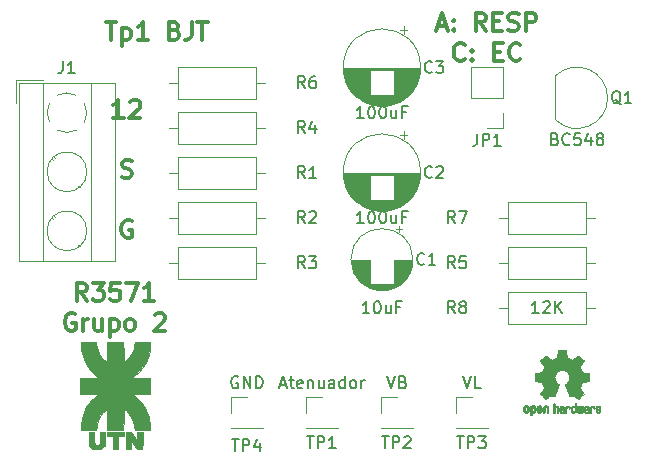
<source format=gbr>
G04 #@! TF.GenerationSoftware,KiCad,Pcbnew,5.0.0-fee4fd1~66~ubuntu18.04.1*
G04 #@! TF.CreationDate,2018-09-26T16:20:30-03:00*
G04 #@! TF.ProjectId,ampliBjt,616D706C69426A742E6B696361645F70,rev?*
G04 #@! TF.SameCoordinates,Original*
G04 #@! TF.FileFunction,Legend,Top*
G04 #@! TF.FilePolarity,Positive*
%FSLAX46Y46*%
G04 Gerber Fmt 4.6, Leading zero omitted, Abs format (unit mm)*
G04 Created by KiCad (PCBNEW 5.0.0-fee4fd1~66~ubuntu18.04.1) date Wed Sep 26 16:20:30 2018*
%MOMM*%
%LPD*%
G01*
G04 APERTURE LIST*
%ADD10C,0.300000*%
%ADD11C,0.120000*%
%ADD12C,0.010000*%
%ADD13C,0.150000*%
G04 APERTURE END LIST*
D10*
X143141428Y-87875000D02*
X143855714Y-87875000D01*
X142998571Y-88303571D02*
X143498571Y-86803571D01*
X143998571Y-88303571D01*
X144498571Y-88160714D02*
X144570000Y-88232142D01*
X144498571Y-88303571D01*
X144427142Y-88232142D01*
X144498571Y-88160714D01*
X144498571Y-88303571D01*
X144498571Y-87375000D02*
X144570000Y-87446428D01*
X144498571Y-87517857D01*
X144427142Y-87446428D01*
X144498571Y-87375000D01*
X144498571Y-87517857D01*
X147212857Y-88303571D02*
X146712857Y-87589285D01*
X146355714Y-88303571D02*
X146355714Y-86803571D01*
X146927142Y-86803571D01*
X147070000Y-86875000D01*
X147141428Y-86946428D01*
X147212857Y-87089285D01*
X147212857Y-87303571D01*
X147141428Y-87446428D01*
X147070000Y-87517857D01*
X146927142Y-87589285D01*
X146355714Y-87589285D01*
X147855714Y-87517857D02*
X148355714Y-87517857D01*
X148570000Y-88303571D02*
X147855714Y-88303571D01*
X147855714Y-86803571D01*
X148570000Y-86803571D01*
X149141428Y-88232142D02*
X149355714Y-88303571D01*
X149712857Y-88303571D01*
X149855714Y-88232142D01*
X149927142Y-88160714D01*
X149998571Y-88017857D01*
X149998571Y-87875000D01*
X149927142Y-87732142D01*
X149855714Y-87660714D01*
X149712857Y-87589285D01*
X149427142Y-87517857D01*
X149284285Y-87446428D01*
X149212857Y-87375000D01*
X149141428Y-87232142D01*
X149141428Y-87089285D01*
X149212857Y-86946428D01*
X149284285Y-86875000D01*
X149427142Y-86803571D01*
X149784285Y-86803571D01*
X149998571Y-86875000D01*
X150641428Y-88303571D02*
X150641428Y-86803571D01*
X151212857Y-86803571D01*
X151355714Y-86875000D01*
X151427142Y-86946428D01*
X151498571Y-87089285D01*
X151498571Y-87303571D01*
X151427142Y-87446428D01*
X151355714Y-87517857D01*
X151212857Y-87589285D01*
X150641428Y-87589285D01*
X145427142Y-90710714D02*
X145355714Y-90782142D01*
X145141428Y-90853571D01*
X144998571Y-90853571D01*
X144784285Y-90782142D01*
X144641428Y-90639285D01*
X144570000Y-90496428D01*
X144498571Y-90210714D01*
X144498571Y-89996428D01*
X144570000Y-89710714D01*
X144641428Y-89567857D01*
X144784285Y-89425000D01*
X144998571Y-89353571D01*
X145141428Y-89353571D01*
X145355714Y-89425000D01*
X145427142Y-89496428D01*
X146070000Y-90710714D02*
X146141428Y-90782142D01*
X146070000Y-90853571D01*
X145998571Y-90782142D01*
X146070000Y-90710714D01*
X146070000Y-90853571D01*
X146070000Y-89925000D02*
X146141428Y-89996428D01*
X146070000Y-90067857D01*
X145998571Y-89996428D01*
X146070000Y-89925000D01*
X146070000Y-90067857D01*
X147927142Y-90067857D02*
X148427142Y-90067857D01*
X148641428Y-90853571D02*
X147927142Y-90853571D01*
X147927142Y-89353571D01*
X148641428Y-89353571D01*
X150141428Y-90710714D02*
X150070000Y-90782142D01*
X149855714Y-90853571D01*
X149712857Y-90853571D01*
X149498571Y-90782142D01*
X149355714Y-90639285D01*
X149284285Y-90496428D01*
X149212857Y-90210714D01*
X149212857Y-89996428D01*
X149284285Y-89710714D01*
X149355714Y-89567857D01*
X149498571Y-89425000D01*
X149712857Y-89353571D01*
X149855714Y-89353571D01*
X150070000Y-89425000D01*
X150141428Y-89496428D01*
X117232857Y-104406000D02*
X117090000Y-104334571D01*
X116875714Y-104334571D01*
X116661428Y-104406000D01*
X116518571Y-104548857D01*
X116447142Y-104691714D01*
X116375714Y-104977428D01*
X116375714Y-105191714D01*
X116447142Y-105477428D01*
X116518571Y-105620285D01*
X116661428Y-105763142D01*
X116875714Y-105834571D01*
X117018571Y-105834571D01*
X117232857Y-105763142D01*
X117304285Y-105691714D01*
X117304285Y-105191714D01*
X117018571Y-105191714D01*
X116411428Y-100683142D02*
X116625714Y-100754571D01*
X116982857Y-100754571D01*
X117125714Y-100683142D01*
X117197142Y-100611714D01*
X117268571Y-100468857D01*
X117268571Y-100326000D01*
X117197142Y-100183142D01*
X117125714Y-100111714D01*
X116982857Y-100040285D01*
X116697142Y-99968857D01*
X116554285Y-99897428D01*
X116482857Y-99826000D01*
X116411428Y-99683142D01*
X116411428Y-99540285D01*
X116482857Y-99397428D01*
X116554285Y-99326000D01*
X116697142Y-99254571D01*
X117054285Y-99254571D01*
X117268571Y-99326000D01*
X116554285Y-95674571D02*
X115697142Y-95674571D01*
X116125714Y-95674571D02*
X116125714Y-94174571D01*
X115982857Y-94388857D01*
X115840000Y-94531714D01*
X115697142Y-94603142D01*
X117125714Y-94317428D02*
X117197142Y-94246000D01*
X117340000Y-94174571D01*
X117697142Y-94174571D01*
X117840000Y-94246000D01*
X117911428Y-94317428D01*
X117982857Y-94460285D01*
X117982857Y-94603142D01*
X117911428Y-94817428D01*
X117054285Y-95674571D01*
X117982857Y-95674571D01*
X113431142Y-111163571D02*
X112931142Y-110449285D01*
X112574000Y-111163571D02*
X112574000Y-109663571D01*
X113145428Y-109663571D01*
X113288285Y-109735000D01*
X113359714Y-109806428D01*
X113431142Y-109949285D01*
X113431142Y-110163571D01*
X113359714Y-110306428D01*
X113288285Y-110377857D01*
X113145428Y-110449285D01*
X112574000Y-110449285D01*
X113931142Y-109663571D02*
X114859714Y-109663571D01*
X114359714Y-110235000D01*
X114574000Y-110235000D01*
X114716857Y-110306428D01*
X114788285Y-110377857D01*
X114859714Y-110520714D01*
X114859714Y-110877857D01*
X114788285Y-111020714D01*
X114716857Y-111092142D01*
X114574000Y-111163571D01*
X114145428Y-111163571D01*
X114002571Y-111092142D01*
X113931142Y-111020714D01*
X116216857Y-109663571D02*
X115502571Y-109663571D01*
X115431142Y-110377857D01*
X115502571Y-110306428D01*
X115645428Y-110235000D01*
X116002571Y-110235000D01*
X116145428Y-110306428D01*
X116216857Y-110377857D01*
X116288285Y-110520714D01*
X116288285Y-110877857D01*
X116216857Y-111020714D01*
X116145428Y-111092142D01*
X116002571Y-111163571D01*
X115645428Y-111163571D01*
X115502571Y-111092142D01*
X115431142Y-111020714D01*
X116788285Y-109663571D02*
X117788285Y-109663571D01*
X117145428Y-111163571D01*
X119145428Y-111163571D02*
X118288285Y-111163571D01*
X118716857Y-111163571D02*
X118716857Y-109663571D01*
X118574000Y-109877857D01*
X118431142Y-110020714D01*
X118288285Y-110092142D01*
X112431142Y-112285000D02*
X112288285Y-112213571D01*
X112074000Y-112213571D01*
X111859714Y-112285000D01*
X111716857Y-112427857D01*
X111645428Y-112570714D01*
X111574000Y-112856428D01*
X111574000Y-113070714D01*
X111645428Y-113356428D01*
X111716857Y-113499285D01*
X111859714Y-113642142D01*
X112074000Y-113713571D01*
X112216857Y-113713571D01*
X112431142Y-113642142D01*
X112502571Y-113570714D01*
X112502571Y-113070714D01*
X112216857Y-113070714D01*
X113145428Y-113713571D02*
X113145428Y-112713571D01*
X113145428Y-112999285D02*
X113216857Y-112856428D01*
X113288285Y-112785000D01*
X113431142Y-112713571D01*
X113574000Y-112713571D01*
X114716857Y-112713571D02*
X114716857Y-113713571D01*
X114074000Y-112713571D02*
X114074000Y-113499285D01*
X114145428Y-113642142D01*
X114288285Y-113713571D01*
X114502571Y-113713571D01*
X114645428Y-113642142D01*
X114716857Y-113570714D01*
X115431142Y-112713571D02*
X115431142Y-114213571D01*
X115431142Y-112785000D02*
X115574000Y-112713571D01*
X115859714Y-112713571D01*
X116002571Y-112785000D01*
X116074000Y-112856428D01*
X116145428Y-112999285D01*
X116145428Y-113427857D01*
X116074000Y-113570714D01*
X116002571Y-113642142D01*
X115859714Y-113713571D01*
X115574000Y-113713571D01*
X115431142Y-113642142D01*
X117002571Y-113713571D02*
X116859714Y-113642142D01*
X116788285Y-113570714D01*
X116716857Y-113427857D01*
X116716857Y-112999285D01*
X116788285Y-112856428D01*
X116859714Y-112785000D01*
X117002571Y-112713571D01*
X117216857Y-112713571D01*
X117359714Y-112785000D01*
X117431142Y-112856428D01*
X117502571Y-112999285D01*
X117502571Y-113427857D01*
X117431142Y-113570714D01*
X117359714Y-113642142D01*
X117216857Y-113713571D01*
X117002571Y-113713571D01*
X119216857Y-112356428D02*
X119288285Y-112285000D01*
X119431142Y-112213571D01*
X119788285Y-112213571D01*
X119931142Y-112285000D01*
X120002571Y-112356428D01*
X120074000Y-112499285D01*
X120074000Y-112642142D01*
X120002571Y-112856428D01*
X119145428Y-113713571D01*
X120074000Y-113713571D01*
X115094285Y-87570571D02*
X115951428Y-87570571D01*
X115522857Y-89070571D02*
X115522857Y-87570571D01*
X116451428Y-88070571D02*
X116451428Y-89570571D01*
X116451428Y-88142000D02*
X116594285Y-88070571D01*
X116880000Y-88070571D01*
X117022857Y-88142000D01*
X117094285Y-88213428D01*
X117165714Y-88356285D01*
X117165714Y-88784857D01*
X117094285Y-88927714D01*
X117022857Y-88999142D01*
X116880000Y-89070571D01*
X116594285Y-89070571D01*
X116451428Y-88999142D01*
X118594285Y-89070571D02*
X117737142Y-89070571D01*
X118165714Y-89070571D02*
X118165714Y-87570571D01*
X118022857Y-87784857D01*
X117880000Y-87927714D01*
X117737142Y-87999142D01*
X120880000Y-88284857D02*
X121094285Y-88356285D01*
X121165714Y-88427714D01*
X121237142Y-88570571D01*
X121237142Y-88784857D01*
X121165714Y-88927714D01*
X121094285Y-88999142D01*
X120951428Y-89070571D01*
X120380000Y-89070571D01*
X120380000Y-87570571D01*
X120880000Y-87570571D01*
X121022857Y-87642000D01*
X121094285Y-87713428D01*
X121165714Y-87856285D01*
X121165714Y-87999142D01*
X121094285Y-88142000D01*
X121022857Y-88213428D01*
X120880000Y-88284857D01*
X120380000Y-88284857D01*
X122308571Y-87570571D02*
X122308571Y-88642000D01*
X122237142Y-88856285D01*
X122094285Y-88999142D01*
X121880000Y-89070571D01*
X121737142Y-89070571D01*
X122808571Y-87570571D02*
X123665714Y-87570571D01*
X123237142Y-89070571D02*
X123237142Y-87570571D01*
D11*
G04 #@! TO.C,C1*
X141050000Y-107680000D02*
G75*
G03X141050000Y-107680000I-2620000J0D01*
G01*
X137390000Y-107680000D02*
X135850000Y-107680000D01*
X141010000Y-107680000D02*
X139470000Y-107680000D01*
X137390000Y-107720000D02*
X135850000Y-107720000D01*
X141010000Y-107720000D02*
X139470000Y-107720000D01*
X141009000Y-107760000D02*
X139470000Y-107760000D01*
X137390000Y-107760000D02*
X135851000Y-107760000D01*
X141008000Y-107800000D02*
X139470000Y-107800000D01*
X137390000Y-107800000D02*
X135852000Y-107800000D01*
X141006000Y-107840000D02*
X139470000Y-107840000D01*
X137390000Y-107840000D02*
X135854000Y-107840000D01*
X141003000Y-107880000D02*
X139470000Y-107880000D01*
X137390000Y-107880000D02*
X135857000Y-107880000D01*
X140999000Y-107920000D02*
X139470000Y-107920000D01*
X137390000Y-107920000D02*
X135861000Y-107920000D01*
X140995000Y-107960000D02*
X139470000Y-107960000D01*
X137390000Y-107960000D02*
X135865000Y-107960000D01*
X140991000Y-108000000D02*
X139470000Y-108000000D01*
X137390000Y-108000000D02*
X135869000Y-108000000D01*
X140986000Y-108040000D02*
X139470000Y-108040000D01*
X137390000Y-108040000D02*
X135874000Y-108040000D01*
X140980000Y-108080000D02*
X139470000Y-108080000D01*
X137390000Y-108080000D02*
X135880000Y-108080000D01*
X140973000Y-108120000D02*
X139470000Y-108120000D01*
X137390000Y-108120000D02*
X135887000Y-108120000D01*
X140966000Y-108160000D02*
X139470000Y-108160000D01*
X137390000Y-108160000D02*
X135894000Y-108160000D01*
X140958000Y-108200000D02*
X139470000Y-108200000D01*
X137390000Y-108200000D02*
X135902000Y-108200000D01*
X140950000Y-108240000D02*
X139470000Y-108240000D01*
X137390000Y-108240000D02*
X135910000Y-108240000D01*
X140941000Y-108280000D02*
X139470000Y-108280000D01*
X137390000Y-108280000D02*
X135919000Y-108280000D01*
X140931000Y-108320000D02*
X139470000Y-108320000D01*
X137390000Y-108320000D02*
X135929000Y-108320000D01*
X140921000Y-108360000D02*
X139470000Y-108360000D01*
X137390000Y-108360000D02*
X135939000Y-108360000D01*
X140910000Y-108401000D02*
X139470000Y-108401000D01*
X137390000Y-108401000D02*
X135950000Y-108401000D01*
X140898000Y-108441000D02*
X139470000Y-108441000D01*
X137390000Y-108441000D02*
X135962000Y-108441000D01*
X140885000Y-108481000D02*
X139470000Y-108481000D01*
X137390000Y-108481000D02*
X135975000Y-108481000D01*
X140872000Y-108521000D02*
X139470000Y-108521000D01*
X137390000Y-108521000D02*
X135988000Y-108521000D01*
X140858000Y-108561000D02*
X139470000Y-108561000D01*
X137390000Y-108561000D02*
X136002000Y-108561000D01*
X140844000Y-108601000D02*
X139470000Y-108601000D01*
X137390000Y-108601000D02*
X136016000Y-108601000D01*
X140828000Y-108641000D02*
X139470000Y-108641000D01*
X137390000Y-108641000D02*
X136032000Y-108641000D01*
X140812000Y-108681000D02*
X139470000Y-108681000D01*
X137390000Y-108681000D02*
X136048000Y-108681000D01*
X140795000Y-108721000D02*
X139470000Y-108721000D01*
X137390000Y-108721000D02*
X136065000Y-108721000D01*
X140778000Y-108761000D02*
X139470000Y-108761000D01*
X137390000Y-108761000D02*
X136082000Y-108761000D01*
X140759000Y-108801000D02*
X139470000Y-108801000D01*
X137390000Y-108801000D02*
X136101000Y-108801000D01*
X140740000Y-108841000D02*
X139470000Y-108841000D01*
X137390000Y-108841000D02*
X136120000Y-108841000D01*
X140720000Y-108881000D02*
X139470000Y-108881000D01*
X137390000Y-108881000D02*
X136140000Y-108881000D01*
X140698000Y-108921000D02*
X139470000Y-108921000D01*
X137390000Y-108921000D02*
X136162000Y-108921000D01*
X140677000Y-108961000D02*
X139470000Y-108961000D01*
X137390000Y-108961000D02*
X136183000Y-108961000D01*
X140654000Y-109001000D02*
X139470000Y-109001000D01*
X137390000Y-109001000D02*
X136206000Y-109001000D01*
X140630000Y-109041000D02*
X139470000Y-109041000D01*
X137390000Y-109041000D02*
X136230000Y-109041000D01*
X140605000Y-109081000D02*
X139470000Y-109081000D01*
X137390000Y-109081000D02*
X136255000Y-109081000D01*
X140579000Y-109121000D02*
X139470000Y-109121000D01*
X137390000Y-109121000D02*
X136281000Y-109121000D01*
X140552000Y-109161000D02*
X139470000Y-109161000D01*
X137390000Y-109161000D02*
X136308000Y-109161000D01*
X140525000Y-109201000D02*
X139470000Y-109201000D01*
X137390000Y-109201000D02*
X136335000Y-109201000D01*
X140495000Y-109241000D02*
X139470000Y-109241000D01*
X137390000Y-109241000D02*
X136365000Y-109241000D01*
X140465000Y-109281000D02*
X139470000Y-109281000D01*
X137390000Y-109281000D02*
X136395000Y-109281000D01*
X140434000Y-109321000D02*
X139470000Y-109321000D01*
X137390000Y-109321000D02*
X136426000Y-109321000D01*
X140401000Y-109361000D02*
X139470000Y-109361000D01*
X137390000Y-109361000D02*
X136459000Y-109361000D01*
X140367000Y-109401000D02*
X139470000Y-109401000D01*
X137390000Y-109401000D02*
X136493000Y-109401000D01*
X140331000Y-109441000D02*
X139470000Y-109441000D01*
X137390000Y-109441000D02*
X136529000Y-109441000D01*
X140294000Y-109481000D02*
X139470000Y-109481000D01*
X137390000Y-109481000D02*
X136566000Y-109481000D01*
X140256000Y-109521000D02*
X139470000Y-109521000D01*
X137390000Y-109521000D02*
X136604000Y-109521000D01*
X140215000Y-109561000D02*
X139470000Y-109561000D01*
X137390000Y-109561000D02*
X136645000Y-109561000D01*
X140173000Y-109601000D02*
X139470000Y-109601000D01*
X137390000Y-109601000D02*
X136687000Y-109601000D01*
X140129000Y-109641000D02*
X139470000Y-109641000D01*
X137390000Y-109641000D02*
X136731000Y-109641000D01*
X140083000Y-109681000D02*
X139470000Y-109681000D01*
X137390000Y-109681000D02*
X136777000Y-109681000D01*
X140035000Y-109721000D02*
X136825000Y-109721000D01*
X139984000Y-109761000D02*
X136876000Y-109761000D01*
X139930000Y-109801000D02*
X136930000Y-109801000D01*
X139873000Y-109841000D02*
X136987000Y-109841000D01*
X139813000Y-109881000D02*
X137047000Y-109881000D01*
X139749000Y-109921000D02*
X137111000Y-109921000D01*
X139681000Y-109961000D02*
X137179000Y-109961000D01*
X139608000Y-110001000D02*
X137252000Y-110001000D01*
X139528000Y-110041000D02*
X137332000Y-110041000D01*
X139441000Y-110081000D02*
X137419000Y-110081000D01*
X139345000Y-110121000D02*
X137515000Y-110121000D01*
X139235000Y-110161000D02*
X137625000Y-110161000D01*
X139107000Y-110201000D02*
X137753000Y-110201000D01*
X138948000Y-110241000D02*
X137912000Y-110241000D01*
X138714000Y-110281000D02*
X138146000Y-110281000D01*
X139905000Y-104875225D02*
X139905000Y-105375225D01*
X140155000Y-105125225D02*
X139655000Y-105125225D01*
G04 #@! TO.C,C2*
X141700000Y-100310000D02*
G75*
G03X141700000Y-100310000I-3270000J0D01*
G01*
X141660000Y-100310000D02*
X135200000Y-100310000D01*
X141660000Y-100350000D02*
X135200000Y-100350000D01*
X141660000Y-100390000D02*
X135200000Y-100390000D01*
X141658000Y-100430000D02*
X135202000Y-100430000D01*
X141657000Y-100470000D02*
X135203000Y-100470000D01*
X141654000Y-100510000D02*
X135206000Y-100510000D01*
X141652000Y-100550000D02*
X139470000Y-100550000D01*
X137390000Y-100550000D02*
X135208000Y-100550000D01*
X141648000Y-100590000D02*
X139470000Y-100590000D01*
X137390000Y-100590000D02*
X135212000Y-100590000D01*
X141645000Y-100630000D02*
X139470000Y-100630000D01*
X137390000Y-100630000D02*
X135215000Y-100630000D01*
X141641000Y-100670000D02*
X139470000Y-100670000D01*
X137390000Y-100670000D02*
X135219000Y-100670000D01*
X141636000Y-100710000D02*
X139470000Y-100710000D01*
X137390000Y-100710000D02*
X135224000Y-100710000D01*
X141631000Y-100750000D02*
X139470000Y-100750000D01*
X137390000Y-100750000D02*
X135229000Y-100750000D01*
X141625000Y-100790000D02*
X139470000Y-100790000D01*
X137390000Y-100790000D02*
X135235000Y-100790000D01*
X141619000Y-100830000D02*
X139470000Y-100830000D01*
X137390000Y-100830000D02*
X135241000Y-100830000D01*
X141612000Y-100870000D02*
X139470000Y-100870000D01*
X137390000Y-100870000D02*
X135248000Y-100870000D01*
X141605000Y-100910000D02*
X139470000Y-100910000D01*
X137390000Y-100910000D02*
X135255000Y-100910000D01*
X141597000Y-100950000D02*
X139470000Y-100950000D01*
X137390000Y-100950000D02*
X135263000Y-100950000D01*
X141589000Y-100990000D02*
X139470000Y-100990000D01*
X137390000Y-100990000D02*
X135271000Y-100990000D01*
X141580000Y-101031000D02*
X139470000Y-101031000D01*
X137390000Y-101031000D02*
X135280000Y-101031000D01*
X141571000Y-101071000D02*
X139470000Y-101071000D01*
X137390000Y-101071000D02*
X135289000Y-101071000D01*
X141561000Y-101111000D02*
X139470000Y-101111000D01*
X137390000Y-101111000D02*
X135299000Y-101111000D01*
X141551000Y-101151000D02*
X139470000Y-101151000D01*
X137390000Y-101151000D02*
X135309000Y-101151000D01*
X141540000Y-101191000D02*
X139470000Y-101191000D01*
X137390000Y-101191000D02*
X135320000Y-101191000D01*
X141528000Y-101231000D02*
X139470000Y-101231000D01*
X137390000Y-101231000D02*
X135332000Y-101231000D01*
X141516000Y-101271000D02*
X139470000Y-101271000D01*
X137390000Y-101271000D02*
X135344000Y-101271000D01*
X141504000Y-101311000D02*
X139470000Y-101311000D01*
X137390000Y-101311000D02*
X135356000Y-101311000D01*
X141491000Y-101351000D02*
X139470000Y-101351000D01*
X137390000Y-101351000D02*
X135369000Y-101351000D01*
X141477000Y-101391000D02*
X139470000Y-101391000D01*
X137390000Y-101391000D02*
X135383000Y-101391000D01*
X141463000Y-101431000D02*
X139470000Y-101431000D01*
X137390000Y-101431000D02*
X135397000Y-101431000D01*
X141448000Y-101471000D02*
X139470000Y-101471000D01*
X137390000Y-101471000D02*
X135412000Y-101471000D01*
X141432000Y-101511000D02*
X139470000Y-101511000D01*
X137390000Y-101511000D02*
X135428000Y-101511000D01*
X141416000Y-101551000D02*
X139470000Y-101551000D01*
X137390000Y-101551000D02*
X135444000Y-101551000D01*
X141400000Y-101591000D02*
X139470000Y-101591000D01*
X137390000Y-101591000D02*
X135460000Y-101591000D01*
X141382000Y-101631000D02*
X139470000Y-101631000D01*
X137390000Y-101631000D02*
X135478000Y-101631000D01*
X141364000Y-101671000D02*
X139470000Y-101671000D01*
X137390000Y-101671000D02*
X135496000Y-101671000D01*
X141346000Y-101711000D02*
X139470000Y-101711000D01*
X137390000Y-101711000D02*
X135514000Y-101711000D01*
X141326000Y-101751000D02*
X139470000Y-101751000D01*
X137390000Y-101751000D02*
X135534000Y-101751000D01*
X141306000Y-101791000D02*
X139470000Y-101791000D01*
X137390000Y-101791000D02*
X135554000Y-101791000D01*
X141286000Y-101831000D02*
X139470000Y-101831000D01*
X137390000Y-101831000D02*
X135574000Y-101831000D01*
X141264000Y-101871000D02*
X139470000Y-101871000D01*
X137390000Y-101871000D02*
X135596000Y-101871000D01*
X141242000Y-101911000D02*
X139470000Y-101911000D01*
X137390000Y-101911000D02*
X135618000Y-101911000D01*
X141220000Y-101951000D02*
X139470000Y-101951000D01*
X137390000Y-101951000D02*
X135640000Y-101951000D01*
X141196000Y-101991000D02*
X139470000Y-101991000D01*
X137390000Y-101991000D02*
X135664000Y-101991000D01*
X141172000Y-102031000D02*
X139470000Y-102031000D01*
X137390000Y-102031000D02*
X135688000Y-102031000D01*
X141146000Y-102071000D02*
X139470000Y-102071000D01*
X137390000Y-102071000D02*
X135714000Y-102071000D01*
X141120000Y-102111000D02*
X139470000Y-102111000D01*
X137390000Y-102111000D02*
X135740000Y-102111000D01*
X141094000Y-102151000D02*
X139470000Y-102151000D01*
X137390000Y-102151000D02*
X135766000Y-102151000D01*
X141066000Y-102191000D02*
X139470000Y-102191000D01*
X137390000Y-102191000D02*
X135794000Y-102191000D01*
X141037000Y-102231000D02*
X139470000Y-102231000D01*
X137390000Y-102231000D02*
X135823000Y-102231000D01*
X141008000Y-102271000D02*
X139470000Y-102271000D01*
X137390000Y-102271000D02*
X135852000Y-102271000D01*
X140978000Y-102311000D02*
X139470000Y-102311000D01*
X137390000Y-102311000D02*
X135882000Y-102311000D01*
X140946000Y-102351000D02*
X139470000Y-102351000D01*
X137390000Y-102351000D02*
X135914000Y-102351000D01*
X140914000Y-102391000D02*
X139470000Y-102391000D01*
X137390000Y-102391000D02*
X135946000Y-102391000D01*
X140880000Y-102431000D02*
X139470000Y-102431000D01*
X137390000Y-102431000D02*
X135980000Y-102431000D01*
X140846000Y-102471000D02*
X139470000Y-102471000D01*
X137390000Y-102471000D02*
X136014000Y-102471000D01*
X140810000Y-102511000D02*
X139470000Y-102511000D01*
X137390000Y-102511000D02*
X136050000Y-102511000D01*
X140773000Y-102551000D02*
X139470000Y-102551000D01*
X137390000Y-102551000D02*
X136087000Y-102551000D01*
X140735000Y-102591000D02*
X139470000Y-102591000D01*
X137390000Y-102591000D02*
X136125000Y-102591000D01*
X140695000Y-102631000D02*
X136165000Y-102631000D01*
X140654000Y-102671000D02*
X136206000Y-102671000D01*
X140612000Y-102711000D02*
X136248000Y-102711000D01*
X140567000Y-102751000D02*
X136293000Y-102751000D01*
X140522000Y-102791000D02*
X136338000Y-102791000D01*
X140474000Y-102831000D02*
X136386000Y-102831000D01*
X140425000Y-102871000D02*
X136435000Y-102871000D01*
X140374000Y-102911000D02*
X136486000Y-102911000D01*
X140320000Y-102951000D02*
X136540000Y-102951000D01*
X140264000Y-102991000D02*
X136596000Y-102991000D01*
X140206000Y-103031000D02*
X136654000Y-103031000D01*
X140144000Y-103071000D02*
X136716000Y-103071000D01*
X140080000Y-103111000D02*
X136780000Y-103111000D01*
X140011000Y-103151000D02*
X136849000Y-103151000D01*
X139939000Y-103191000D02*
X136921000Y-103191000D01*
X139862000Y-103231000D02*
X136998000Y-103231000D01*
X139780000Y-103271000D02*
X137080000Y-103271000D01*
X139692000Y-103311000D02*
X137168000Y-103311000D01*
X139595000Y-103351000D02*
X137265000Y-103351000D01*
X139489000Y-103391000D02*
X137371000Y-103391000D01*
X139370000Y-103431000D02*
X137490000Y-103431000D01*
X139232000Y-103471000D02*
X137628000Y-103471000D01*
X139063000Y-103511000D02*
X137797000Y-103511000D01*
X138832000Y-103551000D02*
X138028000Y-103551000D01*
X140269000Y-96809759D02*
X140269000Y-97439759D01*
X140584000Y-97124759D02*
X139954000Y-97124759D01*
G04 #@! TO.C,C3*
X140584000Y-88234759D02*
X139954000Y-88234759D01*
X140269000Y-87919759D02*
X140269000Y-88549759D01*
X138832000Y-94661000D02*
X138028000Y-94661000D01*
X139063000Y-94621000D02*
X137797000Y-94621000D01*
X139232000Y-94581000D02*
X137628000Y-94581000D01*
X139370000Y-94541000D02*
X137490000Y-94541000D01*
X139489000Y-94501000D02*
X137371000Y-94501000D01*
X139595000Y-94461000D02*
X137265000Y-94461000D01*
X139692000Y-94421000D02*
X137168000Y-94421000D01*
X139780000Y-94381000D02*
X137080000Y-94381000D01*
X139862000Y-94341000D02*
X136998000Y-94341000D01*
X139939000Y-94301000D02*
X136921000Y-94301000D01*
X140011000Y-94261000D02*
X136849000Y-94261000D01*
X140080000Y-94221000D02*
X136780000Y-94221000D01*
X140144000Y-94181000D02*
X136716000Y-94181000D01*
X140206000Y-94141000D02*
X136654000Y-94141000D01*
X140264000Y-94101000D02*
X136596000Y-94101000D01*
X140320000Y-94061000D02*
X136540000Y-94061000D01*
X140374000Y-94021000D02*
X136486000Y-94021000D01*
X140425000Y-93981000D02*
X136435000Y-93981000D01*
X140474000Y-93941000D02*
X136386000Y-93941000D01*
X140522000Y-93901000D02*
X136338000Y-93901000D01*
X140567000Y-93861000D02*
X136293000Y-93861000D01*
X140612000Y-93821000D02*
X136248000Y-93821000D01*
X140654000Y-93781000D02*
X136206000Y-93781000D01*
X140695000Y-93741000D02*
X136165000Y-93741000D01*
X137390000Y-93701000D02*
X136125000Y-93701000D01*
X140735000Y-93701000D02*
X139470000Y-93701000D01*
X137390000Y-93661000D02*
X136087000Y-93661000D01*
X140773000Y-93661000D02*
X139470000Y-93661000D01*
X137390000Y-93621000D02*
X136050000Y-93621000D01*
X140810000Y-93621000D02*
X139470000Y-93621000D01*
X137390000Y-93581000D02*
X136014000Y-93581000D01*
X140846000Y-93581000D02*
X139470000Y-93581000D01*
X137390000Y-93541000D02*
X135980000Y-93541000D01*
X140880000Y-93541000D02*
X139470000Y-93541000D01*
X137390000Y-93501000D02*
X135946000Y-93501000D01*
X140914000Y-93501000D02*
X139470000Y-93501000D01*
X137390000Y-93461000D02*
X135914000Y-93461000D01*
X140946000Y-93461000D02*
X139470000Y-93461000D01*
X137390000Y-93421000D02*
X135882000Y-93421000D01*
X140978000Y-93421000D02*
X139470000Y-93421000D01*
X137390000Y-93381000D02*
X135852000Y-93381000D01*
X141008000Y-93381000D02*
X139470000Y-93381000D01*
X137390000Y-93341000D02*
X135823000Y-93341000D01*
X141037000Y-93341000D02*
X139470000Y-93341000D01*
X137390000Y-93301000D02*
X135794000Y-93301000D01*
X141066000Y-93301000D02*
X139470000Y-93301000D01*
X137390000Y-93261000D02*
X135766000Y-93261000D01*
X141094000Y-93261000D02*
X139470000Y-93261000D01*
X137390000Y-93221000D02*
X135740000Y-93221000D01*
X141120000Y-93221000D02*
X139470000Y-93221000D01*
X137390000Y-93181000D02*
X135714000Y-93181000D01*
X141146000Y-93181000D02*
X139470000Y-93181000D01*
X137390000Y-93141000D02*
X135688000Y-93141000D01*
X141172000Y-93141000D02*
X139470000Y-93141000D01*
X137390000Y-93101000D02*
X135664000Y-93101000D01*
X141196000Y-93101000D02*
X139470000Y-93101000D01*
X137390000Y-93061000D02*
X135640000Y-93061000D01*
X141220000Y-93061000D02*
X139470000Y-93061000D01*
X137390000Y-93021000D02*
X135618000Y-93021000D01*
X141242000Y-93021000D02*
X139470000Y-93021000D01*
X137390000Y-92981000D02*
X135596000Y-92981000D01*
X141264000Y-92981000D02*
X139470000Y-92981000D01*
X137390000Y-92941000D02*
X135574000Y-92941000D01*
X141286000Y-92941000D02*
X139470000Y-92941000D01*
X137390000Y-92901000D02*
X135554000Y-92901000D01*
X141306000Y-92901000D02*
X139470000Y-92901000D01*
X137390000Y-92861000D02*
X135534000Y-92861000D01*
X141326000Y-92861000D02*
X139470000Y-92861000D01*
X137390000Y-92821000D02*
X135514000Y-92821000D01*
X141346000Y-92821000D02*
X139470000Y-92821000D01*
X137390000Y-92781000D02*
X135496000Y-92781000D01*
X141364000Y-92781000D02*
X139470000Y-92781000D01*
X137390000Y-92741000D02*
X135478000Y-92741000D01*
X141382000Y-92741000D02*
X139470000Y-92741000D01*
X137390000Y-92701000D02*
X135460000Y-92701000D01*
X141400000Y-92701000D02*
X139470000Y-92701000D01*
X137390000Y-92661000D02*
X135444000Y-92661000D01*
X141416000Y-92661000D02*
X139470000Y-92661000D01*
X137390000Y-92621000D02*
X135428000Y-92621000D01*
X141432000Y-92621000D02*
X139470000Y-92621000D01*
X137390000Y-92581000D02*
X135412000Y-92581000D01*
X141448000Y-92581000D02*
X139470000Y-92581000D01*
X137390000Y-92541000D02*
X135397000Y-92541000D01*
X141463000Y-92541000D02*
X139470000Y-92541000D01*
X137390000Y-92501000D02*
X135383000Y-92501000D01*
X141477000Y-92501000D02*
X139470000Y-92501000D01*
X137390000Y-92461000D02*
X135369000Y-92461000D01*
X141491000Y-92461000D02*
X139470000Y-92461000D01*
X137390000Y-92421000D02*
X135356000Y-92421000D01*
X141504000Y-92421000D02*
X139470000Y-92421000D01*
X137390000Y-92381000D02*
X135344000Y-92381000D01*
X141516000Y-92381000D02*
X139470000Y-92381000D01*
X137390000Y-92341000D02*
X135332000Y-92341000D01*
X141528000Y-92341000D02*
X139470000Y-92341000D01*
X137390000Y-92301000D02*
X135320000Y-92301000D01*
X141540000Y-92301000D02*
X139470000Y-92301000D01*
X137390000Y-92261000D02*
X135309000Y-92261000D01*
X141551000Y-92261000D02*
X139470000Y-92261000D01*
X137390000Y-92221000D02*
X135299000Y-92221000D01*
X141561000Y-92221000D02*
X139470000Y-92221000D01*
X137390000Y-92181000D02*
X135289000Y-92181000D01*
X141571000Y-92181000D02*
X139470000Y-92181000D01*
X137390000Y-92141000D02*
X135280000Y-92141000D01*
X141580000Y-92141000D02*
X139470000Y-92141000D01*
X137390000Y-92100000D02*
X135271000Y-92100000D01*
X141589000Y-92100000D02*
X139470000Y-92100000D01*
X137390000Y-92060000D02*
X135263000Y-92060000D01*
X141597000Y-92060000D02*
X139470000Y-92060000D01*
X137390000Y-92020000D02*
X135255000Y-92020000D01*
X141605000Y-92020000D02*
X139470000Y-92020000D01*
X137390000Y-91980000D02*
X135248000Y-91980000D01*
X141612000Y-91980000D02*
X139470000Y-91980000D01*
X137390000Y-91940000D02*
X135241000Y-91940000D01*
X141619000Y-91940000D02*
X139470000Y-91940000D01*
X137390000Y-91900000D02*
X135235000Y-91900000D01*
X141625000Y-91900000D02*
X139470000Y-91900000D01*
X137390000Y-91860000D02*
X135229000Y-91860000D01*
X141631000Y-91860000D02*
X139470000Y-91860000D01*
X137390000Y-91820000D02*
X135224000Y-91820000D01*
X141636000Y-91820000D02*
X139470000Y-91820000D01*
X137390000Y-91780000D02*
X135219000Y-91780000D01*
X141641000Y-91780000D02*
X139470000Y-91780000D01*
X137390000Y-91740000D02*
X135215000Y-91740000D01*
X141645000Y-91740000D02*
X139470000Y-91740000D01*
X137390000Y-91700000D02*
X135212000Y-91700000D01*
X141648000Y-91700000D02*
X139470000Y-91700000D01*
X137390000Y-91660000D02*
X135208000Y-91660000D01*
X141652000Y-91660000D02*
X139470000Y-91660000D01*
X141654000Y-91620000D02*
X135206000Y-91620000D01*
X141657000Y-91580000D02*
X135203000Y-91580000D01*
X141658000Y-91540000D02*
X135202000Y-91540000D01*
X141660000Y-91500000D02*
X135200000Y-91500000D01*
X141660000Y-91460000D02*
X135200000Y-91460000D01*
X141660000Y-91420000D02*
X135200000Y-91420000D01*
X141700000Y-91420000D02*
G75*
G03X141700000Y-91420000I-3270000J0D01*
G01*
G04 #@! TO.C,J1*
X110276648Y-96038712D02*
G75*
G02X110080000Y-95250000I1483352J788712D01*
G01*
X112549088Y-96733953D02*
G75*
G02X110971000Y-96734000I-789088J1483953D01*
G01*
X113243953Y-94460912D02*
G75*
G02X113244000Y-96039000I-1483953J-789088D01*
G01*
X110970912Y-93766047D02*
G75*
G02X112549000Y-93766000I789088J-1483953D01*
G01*
X110079550Y-95279383D02*
G75*
G02X110276000Y-94461000I1680450J29383D01*
G01*
X113440000Y-100250000D02*
G75*
G03X113440000Y-100250000I-1680000J0D01*
G01*
X113440000Y-105250000D02*
G75*
G03X113440000Y-105250000I-1680000J0D01*
G01*
X109760000Y-92690000D02*
X109760000Y-107810000D01*
X113760000Y-92690000D02*
X113760000Y-107810000D01*
X115820000Y-92690000D02*
X115820000Y-107810000D01*
X107700000Y-92690000D02*
X107700000Y-107810000D01*
X115820000Y-92690000D02*
X107700000Y-92690000D01*
X115820000Y-107810000D02*
X107700000Y-107810000D01*
X112829000Y-101525000D02*
X112736000Y-101431000D01*
X110544000Y-99240000D02*
X110486000Y-99181000D01*
X113035000Y-101320000D02*
X112976000Y-101261000D01*
X110784000Y-99070000D02*
X110691000Y-98976000D01*
X112829000Y-106525000D02*
X112736000Y-106431000D01*
X110544000Y-104240000D02*
X110486000Y-104181000D01*
X113035000Y-106320000D02*
X112976000Y-106261000D01*
X110784000Y-104070000D02*
X110691000Y-103976000D01*
X109700000Y-92450000D02*
X107460000Y-92450000D01*
X107460000Y-92450000D02*
X107460000Y-94450000D01*
G04 #@! TO.C,JP1*
X148650000Y-91380000D02*
X145990000Y-91380000D01*
X148650000Y-93980000D02*
X148650000Y-91380000D01*
X145990000Y-93980000D02*
X145990000Y-91380000D01*
X148650000Y-93980000D02*
X145990000Y-93980000D01*
X148650000Y-95250000D02*
X148650000Y-96580000D01*
X148650000Y-96580000D02*
X147320000Y-96580000D01*
G04 #@! TO.C,Q1*
X153090000Y-92180000D02*
X153090000Y-95780000D01*
X153101522Y-92141522D02*
G75*
G02X157540000Y-93980000I1838478J-1838478D01*
G01*
X153101522Y-95818478D02*
G75*
G03X157540000Y-93980000I1838478J1838478D01*
G01*
G04 #@! TO.C,R1*
X127730000Y-101700000D02*
X127730000Y-98960000D01*
X127730000Y-98960000D02*
X121190000Y-98960000D01*
X121190000Y-98960000D02*
X121190000Y-101700000D01*
X121190000Y-101700000D02*
X127730000Y-101700000D01*
X128500000Y-100330000D02*
X127730000Y-100330000D01*
X120420000Y-100330000D02*
X121190000Y-100330000D01*
G04 #@! TO.C,R2*
X128500000Y-104140000D02*
X127730000Y-104140000D01*
X120420000Y-104140000D02*
X121190000Y-104140000D01*
X127730000Y-102770000D02*
X121190000Y-102770000D01*
X127730000Y-105510000D02*
X127730000Y-102770000D01*
X121190000Y-105510000D02*
X127730000Y-105510000D01*
X121190000Y-102770000D02*
X121190000Y-105510000D01*
G04 #@! TO.C,R3*
X127730000Y-109320000D02*
X127730000Y-106580000D01*
X127730000Y-106580000D02*
X121190000Y-106580000D01*
X121190000Y-106580000D02*
X121190000Y-109320000D01*
X121190000Y-109320000D02*
X127730000Y-109320000D01*
X128500000Y-107950000D02*
X127730000Y-107950000D01*
X120420000Y-107950000D02*
X121190000Y-107950000D01*
G04 #@! TO.C,R4*
X121190000Y-95150000D02*
X121190000Y-97890000D01*
X121190000Y-97890000D02*
X127730000Y-97890000D01*
X127730000Y-97890000D02*
X127730000Y-95150000D01*
X127730000Y-95150000D02*
X121190000Y-95150000D01*
X120420000Y-96520000D02*
X121190000Y-96520000D01*
X128500000Y-96520000D02*
X127730000Y-96520000D01*
G04 #@! TO.C,R5*
X156440000Y-107950000D02*
X155670000Y-107950000D01*
X148360000Y-107950000D02*
X149130000Y-107950000D01*
X155670000Y-106580000D02*
X149130000Y-106580000D01*
X155670000Y-109320000D02*
X155670000Y-106580000D01*
X149130000Y-109320000D02*
X155670000Y-109320000D01*
X149130000Y-106580000D02*
X149130000Y-109320000D01*
G04 #@! TO.C,R6*
X128500000Y-92710000D02*
X127730000Y-92710000D01*
X120420000Y-92710000D02*
X121190000Y-92710000D01*
X127730000Y-91340000D02*
X121190000Y-91340000D01*
X127730000Y-94080000D02*
X127730000Y-91340000D01*
X121190000Y-94080000D02*
X127730000Y-94080000D01*
X121190000Y-91340000D02*
X121190000Y-94080000D01*
G04 #@! TO.C,R7*
X156440000Y-104140000D02*
X155670000Y-104140000D01*
X148360000Y-104140000D02*
X149130000Y-104140000D01*
X155670000Y-102770000D02*
X149130000Y-102770000D01*
X155670000Y-105510000D02*
X155670000Y-102770000D01*
X149130000Y-105510000D02*
X155670000Y-105510000D01*
X149130000Y-102770000D02*
X149130000Y-105510000D01*
G04 #@! TO.C,R8*
X149130000Y-110390000D02*
X149130000Y-113130000D01*
X149130000Y-113130000D02*
X155670000Y-113130000D01*
X155670000Y-113130000D02*
X155670000Y-110390000D01*
X155670000Y-110390000D02*
X149130000Y-110390000D01*
X148360000Y-111760000D02*
X149130000Y-111760000D01*
X156440000Y-111760000D02*
X155670000Y-111760000D01*
G04 #@! TO.C,TP1*
X132020000Y-121980000D02*
X134680000Y-121980000D01*
X132020000Y-121920000D02*
X132020000Y-121980000D01*
X134680000Y-121920000D02*
X134680000Y-121980000D01*
X132020000Y-121920000D02*
X134680000Y-121920000D01*
X132020000Y-120650000D02*
X132020000Y-119320000D01*
X132020000Y-119320000D02*
X133350000Y-119320000D01*
G04 #@! TO.C,TP2*
X138370000Y-119320000D02*
X139700000Y-119320000D01*
X138370000Y-120650000D02*
X138370000Y-119320000D01*
X138370000Y-121920000D02*
X141030000Y-121920000D01*
X141030000Y-121920000D02*
X141030000Y-121980000D01*
X138370000Y-121920000D02*
X138370000Y-121980000D01*
X138370000Y-121980000D02*
X141030000Y-121980000D01*
G04 #@! TO.C,TP3*
X144720000Y-121980000D02*
X147380000Y-121980000D01*
X144720000Y-121920000D02*
X144720000Y-121980000D01*
X147380000Y-121920000D02*
X147380000Y-121980000D01*
X144720000Y-121920000D02*
X147380000Y-121920000D01*
X144720000Y-120650000D02*
X144720000Y-119320000D01*
X144720000Y-119320000D02*
X146050000Y-119320000D01*
G04 #@! TO.C,TP4*
X125670000Y-121980000D02*
X128330000Y-121980000D01*
X125670000Y-121920000D02*
X125670000Y-121980000D01*
X128330000Y-121920000D02*
X128330000Y-121980000D01*
X125670000Y-121920000D02*
X128330000Y-121920000D01*
X125670000Y-120650000D02*
X125670000Y-119320000D01*
X125670000Y-119320000D02*
X127000000Y-119320000D01*
D12*
G04 #@! TO.C,G\002A\002A\002A*
G36*
X116553408Y-115538250D02*
X116564833Y-116437833D01*
X116861936Y-116141500D01*
X117103040Y-115868845D01*
X117277764Y-115589722D01*
X117399950Y-115277833D01*
X117468939Y-114988299D01*
X117534946Y-114638666D01*
X118826481Y-114638666D01*
X118804127Y-114924416D01*
X118754167Y-115338900D01*
X118673105Y-115736483D01*
X118567128Y-116088855D01*
X118527105Y-116191926D01*
X118347701Y-116546526D01*
X118113459Y-116893155D01*
X117842112Y-117209806D01*
X117551397Y-117474473D01*
X117412256Y-117575218D01*
X117243679Y-117686666D01*
X118829666Y-117686666D01*
X118829666Y-119089011D01*
X118067613Y-119075755D01*
X117824316Y-119072635D01*
X117613280Y-119072054D01*
X117447828Y-119073873D01*
X117341287Y-119077954D01*
X117306752Y-119083666D01*
X117340290Y-119116107D01*
X117424229Y-119174776D01*
X117481088Y-119210666D01*
X117637567Y-119328352D01*
X117818146Y-119498829D01*
X118004295Y-119701737D01*
X118177481Y-119916718D01*
X118319171Y-120123412D01*
X118333278Y-120146861D01*
X118461081Y-120399658D01*
X118579565Y-120700114D01*
X118677831Y-121015179D01*
X118744985Y-121311802D01*
X118764751Y-121455553D01*
X118782572Y-121634401D01*
X118801313Y-121809670D01*
X118812840Y-121909416D01*
X118834854Y-122089333D01*
X117528949Y-122089333D01*
X117477434Y-121769995D01*
X117374327Y-121376333D01*
X117200505Y-121007271D01*
X116965740Y-120681332D01*
X116828772Y-120540519D01*
X116564833Y-120296113D01*
X116553424Y-121213889D01*
X116542015Y-122131666D01*
X115189000Y-122131666D01*
X115189000Y-121242666D01*
X115187115Y-120906001D01*
X115181376Y-120651402D01*
X115171651Y-120476351D01*
X115157813Y-120378330D01*
X115143280Y-120353666D01*
X115093870Y-120381837D01*
X115003158Y-120456672D01*
X114888363Y-120563650D01*
X114854554Y-120597083D01*
X114600432Y-120908639D01*
X114409378Y-121272407D01*
X114279246Y-121692608D01*
X114266345Y-121753314D01*
X114194166Y-122110500D01*
X113558545Y-122098867D01*
X112922925Y-122087235D01*
X112952745Y-121675534D01*
X113029916Y-121137606D01*
X113179558Y-120632510D01*
X113398764Y-120167825D01*
X113684631Y-119751131D01*
X113695123Y-119738340D01*
X113820571Y-119597116D01*
X113963128Y-119453493D01*
X114107370Y-119321089D01*
X114237874Y-119213529D01*
X114339217Y-119144433D01*
X114388468Y-119126000D01*
X114426468Y-119099642D01*
X114427034Y-119094250D01*
X114386953Y-119084845D01*
X114275588Y-119078088D01*
X114106289Y-119074290D01*
X113892405Y-119073762D01*
X113665034Y-119076482D01*
X112903000Y-119090464D01*
X112903000Y-117686666D01*
X114478647Y-117686666D01*
X114230573Y-117503113D01*
X113848810Y-117169385D01*
X113531726Y-116782139D01*
X113280757Y-116344149D01*
X113097338Y-115858190D01*
X112982904Y-115327034D01*
X112950869Y-115030250D01*
X112922120Y-114638666D01*
X114236500Y-114638790D01*
X114248053Y-114818645D01*
X114286489Y-115069730D01*
X114365547Y-115349646D01*
X114474008Y-115620282D01*
X114499158Y-115671753D01*
X114569164Y-115784567D01*
X114671870Y-115919993D01*
X114792396Y-116061804D01*
X114915864Y-116193768D01*
X115027393Y-116299655D01*
X115112103Y-116363236D01*
X115143279Y-116374333D01*
X115160795Y-116337463D01*
X115173984Y-116225218D01*
X115182976Y-116035145D01*
X115187899Y-115764794D01*
X115189000Y-115506500D01*
X115189000Y-114638666D01*
X116541982Y-114638666D01*
X116553408Y-115538250D01*
X116553408Y-115538250D01*
G37*
X116553408Y-115538250D02*
X116564833Y-116437833D01*
X116861936Y-116141500D01*
X117103040Y-115868845D01*
X117277764Y-115589722D01*
X117399950Y-115277833D01*
X117468939Y-114988299D01*
X117534946Y-114638666D01*
X118826481Y-114638666D01*
X118804127Y-114924416D01*
X118754167Y-115338900D01*
X118673105Y-115736483D01*
X118567128Y-116088855D01*
X118527105Y-116191926D01*
X118347701Y-116546526D01*
X118113459Y-116893155D01*
X117842112Y-117209806D01*
X117551397Y-117474473D01*
X117412256Y-117575218D01*
X117243679Y-117686666D01*
X118829666Y-117686666D01*
X118829666Y-119089011D01*
X118067613Y-119075755D01*
X117824316Y-119072635D01*
X117613280Y-119072054D01*
X117447828Y-119073873D01*
X117341287Y-119077954D01*
X117306752Y-119083666D01*
X117340290Y-119116107D01*
X117424229Y-119174776D01*
X117481088Y-119210666D01*
X117637567Y-119328352D01*
X117818146Y-119498829D01*
X118004295Y-119701737D01*
X118177481Y-119916718D01*
X118319171Y-120123412D01*
X118333278Y-120146861D01*
X118461081Y-120399658D01*
X118579565Y-120700114D01*
X118677831Y-121015179D01*
X118744985Y-121311802D01*
X118764751Y-121455553D01*
X118782572Y-121634401D01*
X118801313Y-121809670D01*
X118812840Y-121909416D01*
X118834854Y-122089333D01*
X117528949Y-122089333D01*
X117477434Y-121769995D01*
X117374327Y-121376333D01*
X117200505Y-121007271D01*
X116965740Y-120681332D01*
X116828772Y-120540519D01*
X116564833Y-120296113D01*
X116553424Y-121213889D01*
X116542015Y-122131666D01*
X115189000Y-122131666D01*
X115189000Y-121242666D01*
X115187115Y-120906001D01*
X115181376Y-120651402D01*
X115171651Y-120476351D01*
X115157813Y-120378330D01*
X115143280Y-120353666D01*
X115093870Y-120381837D01*
X115003158Y-120456672D01*
X114888363Y-120563650D01*
X114854554Y-120597083D01*
X114600432Y-120908639D01*
X114409378Y-121272407D01*
X114279246Y-121692608D01*
X114266345Y-121753314D01*
X114194166Y-122110500D01*
X113558545Y-122098867D01*
X112922925Y-122087235D01*
X112952745Y-121675534D01*
X113029916Y-121137606D01*
X113179558Y-120632510D01*
X113398764Y-120167825D01*
X113684631Y-119751131D01*
X113695123Y-119738340D01*
X113820571Y-119597116D01*
X113963128Y-119453493D01*
X114107370Y-119321089D01*
X114237874Y-119213529D01*
X114339217Y-119144433D01*
X114388468Y-119126000D01*
X114426468Y-119099642D01*
X114427034Y-119094250D01*
X114386953Y-119084845D01*
X114275588Y-119078088D01*
X114106289Y-119074290D01*
X113892405Y-119073762D01*
X113665034Y-119076482D01*
X112903000Y-119090464D01*
X112903000Y-117686666D01*
X114478647Y-117686666D01*
X114230573Y-117503113D01*
X113848810Y-117169385D01*
X113531726Y-116782139D01*
X113280757Y-116344149D01*
X113097338Y-115858190D01*
X112982904Y-115327034D01*
X112950869Y-115030250D01*
X112922120Y-114638666D01*
X114236500Y-114638790D01*
X114248053Y-114818645D01*
X114286489Y-115069730D01*
X114365547Y-115349646D01*
X114474008Y-115620282D01*
X114499158Y-115671753D01*
X114569164Y-115784567D01*
X114671870Y-115919993D01*
X114792396Y-116061804D01*
X114915864Y-116193768D01*
X115027393Y-116299655D01*
X115112103Y-116363236D01*
X115143279Y-116374333D01*
X115160795Y-116337463D01*
X115173984Y-116225218D01*
X115182976Y-116035145D01*
X115187899Y-115764794D01*
X115189000Y-115506500D01*
X115189000Y-114638666D01*
X116541982Y-114638666D01*
X116553408Y-115538250D01*
G36*
X116967000Y-122267400D02*
X117199833Y-122279833D01*
X117453833Y-122654898D01*
X117707833Y-123029964D01*
X117732177Y-122258666D01*
X117952838Y-122258614D01*
X118173500Y-122258561D01*
X118161011Y-123001593D01*
X118148523Y-123744625D01*
X117932807Y-123731896D01*
X117717090Y-123719166D01*
X117458461Y-123341911D01*
X117199833Y-122964656D01*
X117187661Y-123352494D01*
X117175489Y-123740333D01*
X116759108Y-123740333D01*
X116746637Y-122997650D01*
X116734166Y-122254968D01*
X116967000Y-122267400D01*
X116967000Y-122267400D01*
G37*
X116967000Y-122267400D02*
X117199833Y-122279833D01*
X117453833Y-122654898D01*
X117707833Y-123029964D01*
X117732177Y-122258666D01*
X117952838Y-122258614D01*
X118173500Y-122258561D01*
X118161011Y-123001593D01*
X118148523Y-123744625D01*
X117932807Y-123731896D01*
X117717090Y-123719166D01*
X117458461Y-123341911D01*
X117199833Y-122964656D01*
X117187661Y-123352494D01*
X117175489Y-123740333D01*
X116759108Y-123740333D01*
X116746637Y-122997650D01*
X116734166Y-122254968D01*
X116967000Y-122267400D01*
G36*
X116586000Y-122639666D02*
X116120333Y-122639666D01*
X116120333Y-123740333D01*
X115654666Y-123740333D01*
X115654666Y-122639666D01*
X115189000Y-122639666D01*
X115189000Y-122258666D01*
X116586000Y-122258666D01*
X116586000Y-122639666D01*
X116586000Y-122639666D01*
G37*
X116586000Y-122639666D02*
X116120333Y-122639666D01*
X116120333Y-123740333D01*
X115654666Y-123740333D01*
X115654666Y-122639666D01*
X115189000Y-122639666D01*
X115189000Y-122258666D01*
X116586000Y-122258666D01*
X116586000Y-122639666D01*
G36*
X113844916Y-122258584D02*
X114088333Y-122258666D01*
X114088333Y-122786343D01*
X114089451Y-123007993D01*
X114094233Y-123159918D01*
X114104816Y-123257046D01*
X114123340Y-123314306D01*
X114151943Y-123346626D01*
X114170216Y-123357843D01*
X114315397Y-123399341D01*
X114444188Y-123368607D01*
X114487476Y-123335142D01*
X114517204Y-123288166D01*
X114536971Y-123208028D01*
X114548483Y-123080083D01*
X114553443Y-122889688D01*
X114554000Y-122763642D01*
X114554000Y-122258666D01*
X115019666Y-122258666D01*
X115019666Y-122802739D01*
X115018434Y-123031164D01*
X115013077Y-123192639D01*
X115001103Y-123304866D01*
X114980021Y-123385544D01*
X114947339Y-123452376D01*
X114922836Y-123490656D01*
X114770445Y-123646028D01*
X114566607Y-123735186D01*
X114310525Y-123758371D01*
X114112778Y-123737698D01*
X113916973Y-123677536D01*
X113774111Y-123572737D01*
X113643833Y-123442545D01*
X113622666Y-122850523D01*
X113601500Y-122258501D01*
X113844916Y-122258584D01*
X113844916Y-122258584D01*
G37*
X113844916Y-122258584D02*
X114088333Y-122258666D01*
X114088333Y-122786343D01*
X114089451Y-123007993D01*
X114094233Y-123159918D01*
X114104816Y-123257046D01*
X114123340Y-123314306D01*
X114151943Y-123346626D01*
X114170216Y-123357843D01*
X114315397Y-123399341D01*
X114444188Y-123368607D01*
X114487476Y-123335142D01*
X114517204Y-123288166D01*
X114536971Y-123208028D01*
X114548483Y-123080083D01*
X114553443Y-122889688D01*
X114554000Y-122763642D01*
X114554000Y-122258666D01*
X115019666Y-122258666D01*
X115019666Y-122802739D01*
X115018434Y-123031164D01*
X115013077Y-123192639D01*
X115001103Y-123304866D01*
X114980021Y-123385544D01*
X114947339Y-123452376D01*
X114922836Y-123490656D01*
X114770445Y-123646028D01*
X114566607Y-123735186D01*
X114310525Y-123758371D01*
X114112778Y-123737698D01*
X113916973Y-123677536D01*
X113774111Y-123572737D01*
X113643833Y-123442545D01*
X113622666Y-122850523D01*
X113601500Y-122258501D01*
X113844916Y-122258584D01*
G04 #@! TO.C,REF\002A\002A*
G36*
X153773910Y-115352348D02*
X153852454Y-115352778D01*
X153909298Y-115353942D01*
X153948105Y-115356207D01*
X153972538Y-115359940D01*
X153986262Y-115365506D01*
X153992940Y-115373273D01*
X153996236Y-115383605D01*
X153996556Y-115384943D01*
X154001562Y-115409079D01*
X154010829Y-115456701D01*
X154023392Y-115522741D01*
X154038287Y-115602128D01*
X154054551Y-115689796D01*
X154055119Y-115692875D01*
X154071410Y-115778789D01*
X154086652Y-115854696D01*
X154099861Y-115916045D01*
X154110054Y-115958282D01*
X154116248Y-115976855D01*
X154116543Y-115977184D01*
X154134788Y-115986253D01*
X154172405Y-116001367D01*
X154221271Y-116019262D01*
X154221543Y-116019358D01*
X154283093Y-116042493D01*
X154355657Y-116071965D01*
X154424057Y-116101597D01*
X154427294Y-116103062D01*
X154538702Y-116153626D01*
X154785399Y-115985160D01*
X154861077Y-115933803D01*
X154929631Y-115887889D01*
X154987088Y-115850030D01*
X155029476Y-115822837D01*
X155052825Y-115808921D01*
X155055042Y-115807889D01*
X155072010Y-115812484D01*
X155103701Y-115834655D01*
X155151352Y-115875447D01*
X155216198Y-115935905D01*
X155282397Y-116000227D01*
X155346214Y-116063612D01*
X155403329Y-116121451D01*
X155450305Y-116170175D01*
X155483703Y-116206210D01*
X155500085Y-116225984D01*
X155500694Y-116227002D01*
X155502505Y-116240572D01*
X155495683Y-116262733D01*
X155478540Y-116296478D01*
X155449393Y-116344800D01*
X155406555Y-116410692D01*
X155349448Y-116495517D01*
X155298766Y-116570177D01*
X155253461Y-116637140D01*
X155216150Y-116692516D01*
X155189452Y-116732420D01*
X155175985Y-116752962D01*
X155175137Y-116754356D01*
X155176781Y-116774038D01*
X155189245Y-116812293D01*
X155210048Y-116861889D01*
X155217462Y-116877728D01*
X155249814Y-116948290D01*
X155284328Y-117028353D01*
X155312365Y-117097629D01*
X155332568Y-117149045D01*
X155348615Y-117188119D01*
X155357888Y-117208541D01*
X155359041Y-117210114D01*
X155376096Y-117212721D01*
X155416298Y-117219863D01*
X155474302Y-117230523D01*
X155544763Y-117243685D01*
X155622335Y-117258333D01*
X155701672Y-117273449D01*
X155777431Y-117288018D01*
X155844264Y-117301022D01*
X155896828Y-117311445D01*
X155929776Y-117318270D01*
X155937857Y-117320199D01*
X155946205Y-117324962D01*
X155952506Y-117335718D01*
X155957045Y-117356098D01*
X155960104Y-117389734D01*
X155961967Y-117440255D01*
X155962918Y-117511292D01*
X155963240Y-117606476D01*
X155963257Y-117645492D01*
X155963257Y-117962799D01*
X155887057Y-117977839D01*
X155844663Y-117985995D01*
X155781400Y-117997899D01*
X155704962Y-118012116D01*
X155623043Y-118027210D01*
X155600400Y-118031355D01*
X155524806Y-118046053D01*
X155458953Y-118060505D01*
X155408366Y-118073375D01*
X155378574Y-118083322D01*
X155373612Y-118086287D01*
X155361426Y-118107283D01*
X155343953Y-118147967D01*
X155324577Y-118200322D01*
X155320734Y-118211600D01*
X155295339Y-118281523D01*
X155263817Y-118360418D01*
X155232969Y-118431266D01*
X155232817Y-118431595D01*
X155181447Y-118542733D01*
X155350399Y-118791253D01*
X155519352Y-119039772D01*
X155302429Y-119257058D01*
X155236819Y-119321726D01*
X155176979Y-119378733D01*
X155126267Y-119425033D01*
X155088046Y-119457584D01*
X155065675Y-119473343D01*
X155062466Y-119474343D01*
X155043626Y-119466469D01*
X155005180Y-119444578D01*
X154951330Y-119411267D01*
X154886276Y-119369131D01*
X154815940Y-119321943D01*
X154744555Y-119273810D01*
X154680908Y-119231928D01*
X154629041Y-119198871D01*
X154592995Y-119177218D01*
X154576867Y-119169543D01*
X154557189Y-119176037D01*
X154519875Y-119193150D01*
X154472621Y-119217326D01*
X154467612Y-119220013D01*
X154403977Y-119251927D01*
X154360341Y-119267579D01*
X154333202Y-119267745D01*
X154319057Y-119253204D01*
X154318975Y-119253000D01*
X154311905Y-119235779D01*
X154295042Y-119194899D01*
X154269695Y-119133525D01*
X154237171Y-119054819D01*
X154198778Y-118961947D01*
X154155822Y-118858072D01*
X154114222Y-118757502D01*
X154068504Y-118646516D01*
X154026526Y-118543703D01*
X153989548Y-118452215D01*
X153958827Y-118375201D01*
X153935622Y-118315815D01*
X153921190Y-118277209D01*
X153916743Y-118262800D01*
X153927896Y-118246272D01*
X153957069Y-118219930D01*
X153995971Y-118190887D01*
X154106757Y-118099039D01*
X154193351Y-117993759D01*
X154254716Y-117877266D01*
X154289815Y-117751776D01*
X154297608Y-117619507D01*
X154291943Y-117558457D01*
X154261078Y-117431795D01*
X154207920Y-117319941D01*
X154135767Y-117224001D01*
X154047917Y-117145076D01*
X153947665Y-117084270D01*
X153838310Y-117042687D01*
X153723147Y-117021428D01*
X153605475Y-117021599D01*
X153488590Y-117044301D01*
X153375789Y-117090638D01*
X153270369Y-117161713D01*
X153226368Y-117201911D01*
X153141979Y-117305129D01*
X153083222Y-117417925D01*
X153049704Y-117537010D01*
X153041035Y-117659095D01*
X153056823Y-117780893D01*
X153096678Y-117899116D01*
X153160207Y-118010475D01*
X153247021Y-118111684D01*
X153344029Y-118190887D01*
X153384437Y-118221162D01*
X153412982Y-118247219D01*
X153423257Y-118262825D01*
X153417877Y-118279843D01*
X153402575Y-118320500D01*
X153378612Y-118381642D01*
X153347244Y-118460119D01*
X153309732Y-118552780D01*
X153267333Y-118656472D01*
X153225663Y-118757526D01*
X153179690Y-118868607D01*
X153137107Y-118971541D01*
X153099221Y-119063165D01*
X153067340Y-119140316D01*
X153042771Y-119199831D01*
X153026820Y-119238544D01*
X153020910Y-119253000D01*
X153006948Y-119267685D01*
X152979940Y-119267642D01*
X152936413Y-119252099D01*
X152872890Y-119220284D01*
X152872388Y-119220013D01*
X152824560Y-119195323D01*
X152785897Y-119177338D01*
X152764095Y-119169614D01*
X152763133Y-119169543D01*
X152746721Y-119177378D01*
X152710487Y-119199165D01*
X152658474Y-119232328D01*
X152594725Y-119274291D01*
X152524060Y-119321943D01*
X152452116Y-119370191D01*
X152387274Y-119412151D01*
X152333735Y-119445227D01*
X152295697Y-119466821D01*
X152277533Y-119474343D01*
X152260808Y-119464457D01*
X152227180Y-119436826D01*
X152180010Y-119394495D01*
X152122658Y-119340505D01*
X152058484Y-119277899D01*
X152037497Y-119256983D01*
X151820499Y-119039623D01*
X151985668Y-118797220D01*
X152035864Y-118722781D01*
X152079919Y-118655972D01*
X152115362Y-118600665D01*
X152139719Y-118560729D01*
X152150522Y-118540036D01*
X152150838Y-118538563D01*
X152145143Y-118519058D01*
X152129826Y-118479822D01*
X152107537Y-118427430D01*
X152091893Y-118392355D01*
X152062641Y-118325201D01*
X152035094Y-118257358D01*
X152013737Y-118200034D01*
X152007935Y-118182572D01*
X151991452Y-118135938D01*
X151975340Y-118099905D01*
X151966490Y-118086287D01*
X151946960Y-118077952D01*
X151904334Y-118066137D01*
X151844145Y-118052181D01*
X151771922Y-118037422D01*
X151739600Y-118031355D01*
X151657522Y-118016273D01*
X151578795Y-118001669D01*
X151511109Y-117988980D01*
X151462160Y-117979642D01*
X151452943Y-117977839D01*
X151376743Y-117962799D01*
X151376743Y-117645492D01*
X151376914Y-117541154D01*
X151377616Y-117462213D01*
X151379134Y-117405038D01*
X151381749Y-117365999D01*
X151385746Y-117341465D01*
X151391409Y-117327805D01*
X151399020Y-117321389D01*
X151402143Y-117320199D01*
X151420978Y-117315980D01*
X151462588Y-117307562D01*
X151521630Y-117295961D01*
X151592757Y-117282195D01*
X151670625Y-117267280D01*
X151749887Y-117252232D01*
X151825198Y-117238069D01*
X151891213Y-117225806D01*
X151942587Y-117216461D01*
X151973975Y-117211050D01*
X151980959Y-117210114D01*
X151987285Y-117197596D01*
X152001290Y-117164246D01*
X152020355Y-117116377D01*
X152027634Y-117097629D01*
X152056996Y-117025195D01*
X152091571Y-116945170D01*
X152122537Y-116877728D01*
X152145323Y-116826159D01*
X152160482Y-116783785D01*
X152165542Y-116757834D01*
X152164736Y-116754356D01*
X152154041Y-116737936D01*
X152129620Y-116701417D01*
X152094095Y-116648687D01*
X152050087Y-116583635D01*
X152000217Y-116510151D01*
X151990356Y-116495645D01*
X151932492Y-116409704D01*
X151889956Y-116344261D01*
X151861054Y-116296304D01*
X151844090Y-116262820D01*
X151837367Y-116240795D01*
X151839190Y-116227217D01*
X151839236Y-116227131D01*
X151853586Y-116209297D01*
X151885323Y-116174817D01*
X151931010Y-116127268D01*
X151987204Y-116070222D01*
X152050468Y-116007255D01*
X152057602Y-116000227D01*
X152137330Y-115923020D01*
X152198857Y-115866330D01*
X152243421Y-115829110D01*
X152272257Y-115810315D01*
X152284958Y-115807889D01*
X152303494Y-115818471D01*
X152341961Y-115842916D01*
X152396386Y-115878612D01*
X152462798Y-115922947D01*
X152537225Y-115973311D01*
X152554601Y-115985160D01*
X152801297Y-116153626D01*
X152912706Y-116103062D01*
X152980457Y-116073595D01*
X153053183Y-116043959D01*
X153115703Y-116020330D01*
X153118457Y-116019358D01*
X153167360Y-116001457D01*
X153205057Y-115986320D01*
X153223425Y-115977210D01*
X153223456Y-115977184D01*
X153229285Y-115960717D01*
X153239192Y-115920219D01*
X153252195Y-115860242D01*
X153267309Y-115785340D01*
X153283552Y-115700064D01*
X153284881Y-115692875D01*
X153301175Y-115605014D01*
X153316133Y-115525260D01*
X153328791Y-115458681D01*
X153338186Y-115410347D01*
X153343354Y-115385325D01*
X153343444Y-115384943D01*
X153346589Y-115374299D01*
X153352704Y-115366262D01*
X153365453Y-115360467D01*
X153388500Y-115356547D01*
X153425509Y-115354135D01*
X153480144Y-115352865D01*
X153556067Y-115352371D01*
X153656944Y-115352286D01*
X153670000Y-115352286D01*
X153773910Y-115352348D01*
X153773910Y-115352348D01*
G37*
X153773910Y-115352348D02*
X153852454Y-115352778D01*
X153909298Y-115353942D01*
X153948105Y-115356207D01*
X153972538Y-115359940D01*
X153986262Y-115365506D01*
X153992940Y-115373273D01*
X153996236Y-115383605D01*
X153996556Y-115384943D01*
X154001562Y-115409079D01*
X154010829Y-115456701D01*
X154023392Y-115522741D01*
X154038287Y-115602128D01*
X154054551Y-115689796D01*
X154055119Y-115692875D01*
X154071410Y-115778789D01*
X154086652Y-115854696D01*
X154099861Y-115916045D01*
X154110054Y-115958282D01*
X154116248Y-115976855D01*
X154116543Y-115977184D01*
X154134788Y-115986253D01*
X154172405Y-116001367D01*
X154221271Y-116019262D01*
X154221543Y-116019358D01*
X154283093Y-116042493D01*
X154355657Y-116071965D01*
X154424057Y-116101597D01*
X154427294Y-116103062D01*
X154538702Y-116153626D01*
X154785399Y-115985160D01*
X154861077Y-115933803D01*
X154929631Y-115887889D01*
X154987088Y-115850030D01*
X155029476Y-115822837D01*
X155052825Y-115808921D01*
X155055042Y-115807889D01*
X155072010Y-115812484D01*
X155103701Y-115834655D01*
X155151352Y-115875447D01*
X155216198Y-115935905D01*
X155282397Y-116000227D01*
X155346214Y-116063612D01*
X155403329Y-116121451D01*
X155450305Y-116170175D01*
X155483703Y-116206210D01*
X155500085Y-116225984D01*
X155500694Y-116227002D01*
X155502505Y-116240572D01*
X155495683Y-116262733D01*
X155478540Y-116296478D01*
X155449393Y-116344800D01*
X155406555Y-116410692D01*
X155349448Y-116495517D01*
X155298766Y-116570177D01*
X155253461Y-116637140D01*
X155216150Y-116692516D01*
X155189452Y-116732420D01*
X155175985Y-116752962D01*
X155175137Y-116754356D01*
X155176781Y-116774038D01*
X155189245Y-116812293D01*
X155210048Y-116861889D01*
X155217462Y-116877728D01*
X155249814Y-116948290D01*
X155284328Y-117028353D01*
X155312365Y-117097629D01*
X155332568Y-117149045D01*
X155348615Y-117188119D01*
X155357888Y-117208541D01*
X155359041Y-117210114D01*
X155376096Y-117212721D01*
X155416298Y-117219863D01*
X155474302Y-117230523D01*
X155544763Y-117243685D01*
X155622335Y-117258333D01*
X155701672Y-117273449D01*
X155777431Y-117288018D01*
X155844264Y-117301022D01*
X155896828Y-117311445D01*
X155929776Y-117318270D01*
X155937857Y-117320199D01*
X155946205Y-117324962D01*
X155952506Y-117335718D01*
X155957045Y-117356098D01*
X155960104Y-117389734D01*
X155961967Y-117440255D01*
X155962918Y-117511292D01*
X155963240Y-117606476D01*
X155963257Y-117645492D01*
X155963257Y-117962799D01*
X155887057Y-117977839D01*
X155844663Y-117985995D01*
X155781400Y-117997899D01*
X155704962Y-118012116D01*
X155623043Y-118027210D01*
X155600400Y-118031355D01*
X155524806Y-118046053D01*
X155458953Y-118060505D01*
X155408366Y-118073375D01*
X155378574Y-118083322D01*
X155373612Y-118086287D01*
X155361426Y-118107283D01*
X155343953Y-118147967D01*
X155324577Y-118200322D01*
X155320734Y-118211600D01*
X155295339Y-118281523D01*
X155263817Y-118360418D01*
X155232969Y-118431266D01*
X155232817Y-118431595D01*
X155181447Y-118542733D01*
X155350399Y-118791253D01*
X155519352Y-119039772D01*
X155302429Y-119257058D01*
X155236819Y-119321726D01*
X155176979Y-119378733D01*
X155126267Y-119425033D01*
X155088046Y-119457584D01*
X155065675Y-119473343D01*
X155062466Y-119474343D01*
X155043626Y-119466469D01*
X155005180Y-119444578D01*
X154951330Y-119411267D01*
X154886276Y-119369131D01*
X154815940Y-119321943D01*
X154744555Y-119273810D01*
X154680908Y-119231928D01*
X154629041Y-119198871D01*
X154592995Y-119177218D01*
X154576867Y-119169543D01*
X154557189Y-119176037D01*
X154519875Y-119193150D01*
X154472621Y-119217326D01*
X154467612Y-119220013D01*
X154403977Y-119251927D01*
X154360341Y-119267579D01*
X154333202Y-119267745D01*
X154319057Y-119253204D01*
X154318975Y-119253000D01*
X154311905Y-119235779D01*
X154295042Y-119194899D01*
X154269695Y-119133525D01*
X154237171Y-119054819D01*
X154198778Y-118961947D01*
X154155822Y-118858072D01*
X154114222Y-118757502D01*
X154068504Y-118646516D01*
X154026526Y-118543703D01*
X153989548Y-118452215D01*
X153958827Y-118375201D01*
X153935622Y-118315815D01*
X153921190Y-118277209D01*
X153916743Y-118262800D01*
X153927896Y-118246272D01*
X153957069Y-118219930D01*
X153995971Y-118190887D01*
X154106757Y-118099039D01*
X154193351Y-117993759D01*
X154254716Y-117877266D01*
X154289815Y-117751776D01*
X154297608Y-117619507D01*
X154291943Y-117558457D01*
X154261078Y-117431795D01*
X154207920Y-117319941D01*
X154135767Y-117224001D01*
X154047917Y-117145076D01*
X153947665Y-117084270D01*
X153838310Y-117042687D01*
X153723147Y-117021428D01*
X153605475Y-117021599D01*
X153488590Y-117044301D01*
X153375789Y-117090638D01*
X153270369Y-117161713D01*
X153226368Y-117201911D01*
X153141979Y-117305129D01*
X153083222Y-117417925D01*
X153049704Y-117537010D01*
X153041035Y-117659095D01*
X153056823Y-117780893D01*
X153096678Y-117899116D01*
X153160207Y-118010475D01*
X153247021Y-118111684D01*
X153344029Y-118190887D01*
X153384437Y-118221162D01*
X153412982Y-118247219D01*
X153423257Y-118262825D01*
X153417877Y-118279843D01*
X153402575Y-118320500D01*
X153378612Y-118381642D01*
X153347244Y-118460119D01*
X153309732Y-118552780D01*
X153267333Y-118656472D01*
X153225663Y-118757526D01*
X153179690Y-118868607D01*
X153137107Y-118971541D01*
X153099221Y-119063165D01*
X153067340Y-119140316D01*
X153042771Y-119199831D01*
X153026820Y-119238544D01*
X153020910Y-119253000D01*
X153006948Y-119267685D01*
X152979940Y-119267642D01*
X152936413Y-119252099D01*
X152872890Y-119220284D01*
X152872388Y-119220013D01*
X152824560Y-119195323D01*
X152785897Y-119177338D01*
X152764095Y-119169614D01*
X152763133Y-119169543D01*
X152746721Y-119177378D01*
X152710487Y-119199165D01*
X152658474Y-119232328D01*
X152594725Y-119274291D01*
X152524060Y-119321943D01*
X152452116Y-119370191D01*
X152387274Y-119412151D01*
X152333735Y-119445227D01*
X152295697Y-119466821D01*
X152277533Y-119474343D01*
X152260808Y-119464457D01*
X152227180Y-119436826D01*
X152180010Y-119394495D01*
X152122658Y-119340505D01*
X152058484Y-119277899D01*
X152037497Y-119256983D01*
X151820499Y-119039623D01*
X151985668Y-118797220D01*
X152035864Y-118722781D01*
X152079919Y-118655972D01*
X152115362Y-118600665D01*
X152139719Y-118560729D01*
X152150522Y-118540036D01*
X152150838Y-118538563D01*
X152145143Y-118519058D01*
X152129826Y-118479822D01*
X152107537Y-118427430D01*
X152091893Y-118392355D01*
X152062641Y-118325201D01*
X152035094Y-118257358D01*
X152013737Y-118200034D01*
X152007935Y-118182572D01*
X151991452Y-118135938D01*
X151975340Y-118099905D01*
X151966490Y-118086287D01*
X151946960Y-118077952D01*
X151904334Y-118066137D01*
X151844145Y-118052181D01*
X151771922Y-118037422D01*
X151739600Y-118031355D01*
X151657522Y-118016273D01*
X151578795Y-118001669D01*
X151511109Y-117988980D01*
X151462160Y-117979642D01*
X151452943Y-117977839D01*
X151376743Y-117962799D01*
X151376743Y-117645492D01*
X151376914Y-117541154D01*
X151377616Y-117462213D01*
X151379134Y-117405038D01*
X151381749Y-117365999D01*
X151385746Y-117341465D01*
X151391409Y-117327805D01*
X151399020Y-117321389D01*
X151402143Y-117320199D01*
X151420978Y-117315980D01*
X151462588Y-117307562D01*
X151521630Y-117295961D01*
X151592757Y-117282195D01*
X151670625Y-117267280D01*
X151749887Y-117252232D01*
X151825198Y-117238069D01*
X151891213Y-117225806D01*
X151942587Y-117216461D01*
X151973975Y-117211050D01*
X151980959Y-117210114D01*
X151987285Y-117197596D01*
X152001290Y-117164246D01*
X152020355Y-117116377D01*
X152027634Y-117097629D01*
X152056996Y-117025195D01*
X152091571Y-116945170D01*
X152122537Y-116877728D01*
X152145323Y-116826159D01*
X152160482Y-116783785D01*
X152165542Y-116757834D01*
X152164736Y-116754356D01*
X152154041Y-116737936D01*
X152129620Y-116701417D01*
X152094095Y-116648687D01*
X152050087Y-116583635D01*
X152000217Y-116510151D01*
X151990356Y-116495645D01*
X151932492Y-116409704D01*
X151889956Y-116344261D01*
X151861054Y-116296304D01*
X151844090Y-116262820D01*
X151837367Y-116240795D01*
X151839190Y-116227217D01*
X151839236Y-116227131D01*
X151853586Y-116209297D01*
X151885323Y-116174817D01*
X151931010Y-116127268D01*
X151987204Y-116070222D01*
X152050468Y-116007255D01*
X152057602Y-116000227D01*
X152137330Y-115923020D01*
X152198857Y-115866330D01*
X152243421Y-115829110D01*
X152272257Y-115810315D01*
X152284958Y-115807889D01*
X152303494Y-115818471D01*
X152341961Y-115842916D01*
X152396386Y-115878612D01*
X152462798Y-115922947D01*
X152537225Y-115973311D01*
X152554601Y-115985160D01*
X152801297Y-116153626D01*
X152912706Y-116103062D01*
X152980457Y-116073595D01*
X153053183Y-116043959D01*
X153115703Y-116020330D01*
X153118457Y-116019358D01*
X153167360Y-116001457D01*
X153205057Y-115986320D01*
X153223425Y-115977210D01*
X153223456Y-115977184D01*
X153229285Y-115960717D01*
X153239192Y-115920219D01*
X153252195Y-115860242D01*
X153267309Y-115785340D01*
X153283552Y-115700064D01*
X153284881Y-115692875D01*
X153301175Y-115605014D01*
X153316133Y-115525260D01*
X153328791Y-115458681D01*
X153338186Y-115410347D01*
X153343354Y-115385325D01*
X153343444Y-115384943D01*
X153346589Y-115374299D01*
X153352704Y-115366262D01*
X153365453Y-115360467D01*
X153388500Y-115356547D01*
X153425509Y-115354135D01*
X153480144Y-115352865D01*
X153556067Y-115352371D01*
X153656944Y-115352286D01*
X153670000Y-115352286D01*
X153773910Y-115352348D01*
G36*
X156823595Y-120076966D02*
X156881021Y-120114497D01*
X156908719Y-120148096D01*
X156930662Y-120209064D01*
X156932405Y-120257308D01*
X156928457Y-120321816D01*
X156779686Y-120386934D01*
X156707349Y-120420202D01*
X156660084Y-120446964D01*
X156635507Y-120470144D01*
X156631237Y-120492667D01*
X156644889Y-120517455D01*
X156659943Y-120533886D01*
X156703746Y-120560235D01*
X156751389Y-120562081D01*
X156795145Y-120541546D01*
X156827289Y-120500752D01*
X156833038Y-120486347D01*
X156860576Y-120441356D01*
X156892258Y-120422182D01*
X156935714Y-120405779D01*
X156935714Y-120467966D01*
X156931872Y-120510283D01*
X156916823Y-120545969D01*
X156885280Y-120586943D01*
X156880592Y-120592267D01*
X156845506Y-120628720D01*
X156815347Y-120648283D01*
X156777615Y-120657283D01*
X156746335Y-120660230D01*
X156690385Y-120660965D01*
X156650555Y-120651660D01*
X156625708Y-120637846D01*
X156586656Y-120607467D01*
X156559625Y-120574613D01*
X156542517Y-120533294D01*
X156533238Y-120477521D01*
X156529693Y-120401305D01*
X156529410Y-120362622D01*
X156530372Y-120316247D01*
X156618007Y-120316247D01*
X156619023Y-120341126D01*
X156621556Y-120345200D01*
X156638274Y-120339665D01*
X156674249Y-120325017D01*
X156722331Y-120304190D01*
X156732386Y-120299714D01*
X156793152Y-120268814D01*
X156826632Y-120241657D01*
X156833990Y-120216220D01*
X156816391Y-120190481D01*
X156801856Y-120179109D01*
X156749410Y-120156364D01*
X156700322Y-120160122D01*
X156659227Y-120187884D01*
X156630758Y-120237152D01*
X156621631Y-120276257D01*
X156618007Y-120316247D01*
X156530372Y-120316247D01*
X156531285Y-120272249D01*
X156538196Y-120205384D01*
X156551884Y-120156695D01*
X156574096Y-120120849D01*
X156606574Y-120092513D01*
X156620733Y-120083355D01*
X156685053Y-120059507D01*
X156755473Y-120058006D01*
X156823595Y-120076966D01*
X156823595Y-120076966D01*
G37*
X156823595Y-120076966D02*
X156881021Y-120114497D01*
X156908719Y-120148096D01*
X156930662Y-120209064D01*
X156932405Y-120257308D01*
X156928457Y-120321816D01*
X156779686Y-120386934D01*
X156707349Y-120420202D01*
X156660084Y-120446964D01*
X156635507Y-120470144D01*
X156631237Y-120492667D01*
X156644889Y-120517455D01*
X156659943Y-120533886D01*
X156703746Y-120560235D01*
X156751389Y-120562081D01*
X156795145Y-120541546D01*
X156827289Y-120500752D01*
X156833038Y-120486347D01*
X156860576Y-120441356D01*
X156892258Y-120422182D01*
X156935714Y-120405779D01*
X156935714Y-120467966D01*
X156931872Y-120510283D01*
X156916823Y-120545969D01*
X156885280Y-120586943D01*
X156880592Y-120592267D01*
X156845506Y-120628720D01*
X156815347Y-120648283D01*
X156777615Y-120657283D01*
X156746335Y-120660230D01*
X156690385Y-120660965D01*
X156650555Y-120651660D01*
X156625708Y-120637846D01*
X156586656Y-120607467D01*
X156559625Y-120574613D01*
X156542517Y-120533294D01*
X156533238Y-120477521D01*
X156529693Y-120401305D01*
X156529410Y-120362622D01*
X156530372Y-120316247D01*
X156618007Y-120316247D01*
X156619023Y-120341126D01*
X156621556Y-120345200D01*
X156638274Y-120339665D01*
X156674249Y-120325017D01*
X156722331Y-120304190D01*
X156732386Y-120299714D01*
X156793152Y-120268814D01*
X156826632Y-120241657D01*
X156833990Y-120216220D01*
X156816391Y-120190481D01*
X156801856Y-120179109D01*
X156749410Y-120156364D01*
X156700322Y-120160122D01*
X156659227Y-120187884D01*
X156630758Y-120237152D01*
X156621631Y-120276257D01*
X156618007Y-120316247D01*
X156530372Y-120316247D01*
X156531285Y-120272249D01*
X156538196Y-120205384D01*
X156551884Y-120156695D01*
X156574096Y-120120849D01*
X156606574Y-120092513D01*
X156620733Y-120083355D01*
X156685053Y-120059507D01*
X156755473Y-120058006D01*
X156823595Y-120076966D01*
G36*
X156322600Y-120068752D02*
X156339948Y-120076334D01*
X156381356Y-120109128D01*
X156416765Y-120156547D01*
X156438664Y-120207151D01*
X156442229Y-120232098D01*
X156430279Y-120266927D01*
X156404067Y-120285357D01*
X156375964Y-120296516D01*
X156363095Y-120298572D01*
X156356829Y-120283649D01*
X156344456Y-120251175D01*
X156339028Y-120236502D01*
X156308590Y-120185744D01*
X156264520Y-120160427D01*
X156208010Y-120161206D01*
X156203825Y-120162203D01*
X156173655Y-120176507D01*
X156151476Y-120204393D01*
X156136327Y-120249287D01*
X156127250Y-120314615D01*
X156123286Y-120403804D01*
X156122914Y-120451261D01*
X156122730Y-120526071D01*
X156121522Y-120577069D01*
X156118309Y-120609471D01*
X156112109Y-120628495D01*
X156101940Y-120639356D01*
X156086819Y-120647272D01*
X156085946Y-120647670D01*
X156056828Y-120659981D01*
X156042403Y-120664514D01*
X156040186Y-120650809D01*
X156038289Y-120612925D01*
X156036847Y-120555715D01*
X156035998Y-120484027D01*
X156035829Y-120431565D01*
X156036692Y-120330047D01*
X156040070Y-120253032D01*
X156047142Y-120196023D01*
X156059088Y-120154526D01*
X156077090Y-120124043D01*
X156102327Y-120100080D01*
X156127247Y-120083355D01*
X156187171Y-120061097D01*
X156256911Y-120056076D01*
X156322600Y-120068752D01*
X156322600Y-120068752D01*
G37*
X156322600Y-120068752D02*
X156339948Y-120076334D01*
X156381356Y-120109128D01*
X156416765Y-120156547D01*
X156438664Y-120207151D01*
X156442229Y-120232098D01*
X156430279Y-120266927D01*
X156404067Y-120285357D01*
X156375964Y-120296516D01*
X156363095Y-120298572D01*
X156356829Y-120283649D01*
X156344456Y-120251175D01*
X156339028Y-120236502D01*
X156308590Y-120185744D01*
X156264520Y-120160427D01*
X156208010Y-120161206D01*
X156203825Y-120162203D01*
X156173655Y-120176507D01*
X156151476Y-120204393D01*
X156136327Y-120249287D01*
X156127250Y-120314615D01*
X156123286Y-120403804D01*
X156122914Y-120451261D01*
X156122730Y-120526071D01*
X156121522Y-120577069D01*
X156118309Y-120609471D01*
X156112109Y-120628495D01*
X156101940Y-120639356D01*
X156086819Y-120647272D01*
X156085946Y-120647670D01*
X156056828Y-120659981D01*
X156042403Y-120664514D01*
X156040186Y-120650809D01*
X156038289Y-120612925D01*
X156036847Y-120555715D01*
X156035998Y-120484027D01*
X156035829Y-120431565D01*
X156036692Y-120330047D01*
X156040070Y-120253032D01*
X156047142Y-120196023D01*
X156059088Y-120154526D01*
X156077090Y-120124043D01*
X156102327Y-120100080D01*
X156127247Y-120083355D01*
X156187171Y-120061097D01*
X156256911Y-120056076D01*
X156322600Y-120068752D01*
G36*
X155814876Y-120066335D02*
X155856667Y-120085344D01*
X155889469Y-120108378D01*
X155913503Y-120134133D01*
X155930097Y-120167358D01*
X155940577Y-120212800D01*
X155946271Y-120275207D01*
X155948507Y-120359327D01*
X155948743Y-120414721D01*
X155948743Y-120630826D01*
X155911774Y-120647670D01*
X155882656Y-120659981D01*
X155868231Y-120664514D01*
X155865472Y-120651025D01*
X155863282Y-120614653D01*
X155861942Y-120561542D01*
X155861657Y-120519372D01*
X155860434Y-120458447D01*
X155857136Y-120410115D01*
X155852321Y-120380518D01*
X155848496Y-120374229D01*
X155822783Y-120380652D01*
X155782418Y-120397125D01*
X155735679Y-120419458D01*
X155690845Y-120443457D01*
X155656193Y-120464930D01*
X155640002Y-120479685D01*
X155639938Y-120479845D01*
X155641330Y-120507152D01*
X155653818Y-120533219D01*
X155675743Y-120554392D01*
X155707743Y-120561474D01*
X155735092Y-120560649D01*
X155773826Y-120560042D01*
X155794158Y-120569116D01*
X155806369Y-120593092D01*
X155807909Y-120597613D01*
X155813203Y-120631806D01*
X155799047Y-120652568D01*
X155762148Y-120662462D01*
X155722289Y-120664292D01*
X155650562Y-120650727D01*
X155613432Y-120631355D01*
X155567576Y-120585845D01*
X155543256Y-120529983D01*
X155541073Y-120470957D01*
X155561629Y-120415953D01*
X155592549Y-120381486D01*
X155623420Y-120362189D01*
X155671942Y-120337759D01*
X155728485Y-120312985D01*
X155737910Y-120309199D01*
X155800019Y-120281791D01*
X155835822Y-120257634D01*
X155847337Y-120233619D01*
X155836580Y-120206635D01*
X155818114Y-120185543D01*
X155774469Y-120159572D01*
X155726446Y-120157624D01*
X155682406Y-120177637D01*
X155650709Y-120217551D01*
X155646549Y-120227848D01*
X155622327Y-120265724D01*
X155586965Y-120293842D01*
X155542343Y-120316917D01*
X155542343Y-120251485D01*
X155544969Y-120211506D01*
X155556230Y-120179997D01*
X155581199Y-120146378D01*
X155605169Y-120120484D01*
X155642441Y-120083817D01*
X155671401Y-120064121D01*
X155702505Y-120056220D01*
X155737713Y-120054914D01*
X155814876Y-120066335D01*
X155814876Y-120066335D01*
G37*
X155814876Y-120066335D02*
X155856667Y-120085344D01*
X155889469Y-120108378D01*
X155913503Y-120134133D01*
X155930097Y-120167358D01*
X155940577Y-120212800D01*
X155946271Y-120275207D01*
X155948507Y-120359327D01*
X155948743Y-120414721D01*
X155948743Y-120630826D01*
X155911774Y-120647670D01*
X155882656Y-120659981D01*
X155868231Y-120664514D01*
X155865472Y-120651025D01*
X155863282Y-120614653D01*
X155861942Y-120561542D01*
X155861657Y-120519372D01*
X155860434Y-120458447D01*
X155857136Y-120410115D01*
X155852321Y-120380518D01*
X155848496Y-120374229D01*
X155822783Y-120380652D01*
X155782418Y-120397125D01*
X155735679Y-120419458D01*
X155690845Y-120443457D01*
X155656193Y-120464930D01*
X155640002Y-120479685D01*
X155639938Y-120479845D01*
X155641330Y-120507152D01*
X155653818Y-120533219D01*
X155675743Y-120554392D01*
X155707743Y-120561474D01*
X155735092Y-120560649D01*
X155773826Y-120560042D01*
X155794158Y-120569116D01*
X155806369Y-120593092D01*
X155807909Y-120597613D01*
X155813203Y-120631806D01*
X155799047Y-120652568D01*
X155762148Y-120662462D01*
X155722289Y-120664292D01*
X155650562Y-120650727D01*
X155613432Y-120631355D01*
X155567576Y-120585845D01*
X155543256Y-120529983D01*
X155541073Y-120470957D01*
X155561629Y-120415953D01*
X155592549Y-120381486D01*
X155623420Y-120362189D01*
X155671942Y-120337759D01*
X155728485Y-120312985D01*
X155737910Y-120309199D01*
X155800019Y-120281791D01*
X155835822Y-120257634D01*
X155847337Y-120233619D01*
X155836580Y-120206635D01*
X155818114Y-120185543D01*
X155774469Y-120159572D01*
X155726446Y-120157624D01*
X155682406Y-120177637D01*
X155650709Y-120217551D01*
X155646549Y-120227848D01*
X155622327Y-120265724D01*
X155586965Y-120293842D01*
X155542343Y-120316917D01*
X155542343Y-120251485D01*
X155544969Y-120211506D01*
X155556230Y-120179997D01*
X155581199Y-120146378D01*
X155605169Y-120120484D01*
X155642441Y-120083817D01*
X155671401Y-120064121D01*
X155702505Y-120056220D01*
X155737713Y-120054914D01*
X155814876Y-120066335D01*
G36*
X155449833Y-120068663D02*
X155452048Y-120106850D01*
X155453784Y-120164886D01*
X155454899Y-120238180D01*
X155455257Y-120315055D01*
X155455257Y-120575196D01*
X155409326Y-120621127D01*
X155377675Y-120649429D01*
X155349890Y-120660893D01*
X155311915Y-120660168D01*
X155296840Y-120658321D01*
X155249726Y-120652948D01*
X155210756Y-120649869D01*
X155201257Y-120649585D01*
X155169233Y-120651445D01*
X155123432Y-120656114D01*
X155105674Y-120658321D01*
X155062057Y-120661735D01*
X155032745Y-120654320D01*
X155003680Y-120631427D01*
X154993188Y-120621127D01*
X154947257Y-120575196D01*
X154947257Y-120088602D01*
X154984226Y-120071758D01*
X155016059Y-120059282D01*
X155034683Y-120054914D01*
X155039458Y-120068718D01*
X155043921Y-120107286D01*
X155047775Y-120166356D01*
X155050722Y-120241663D01*
X155052143Y-120305286D01*
X155056114Y-120555657D01*
X155090759Y-120560556D01*
X155122268Y-120557131D01*
X155137708Y-120546041D01*
X155142023Y-120525308D01*
X155145708Y-120481145D01*
X155148469Y-120419146D01*
X155150012Y-120344909D01*
X155150235Y-120306706D01*
X155150457Y-120086783D01*
X155196166Y-120070849D01*
X155228518Y-120060015D01*
X155246115Y-120054962D01*
X155246623Y-120054914D01*
X155248388Y-120068648D01*
X155250329Y-120106730D01*
X155252282Y-120164482D01*
X155254084Y-120237227D01*
X155255343Y-120305286D01*
X155259314Y-120555657D01*
X155346400Y-120555657D01*
X155350396Y-120327240D01*
X155354392Y-120098822D01*
X155396847Y-120076868D01*
X155428192Y-120061793D01*
X155446744Y-120054951D01*
X155447279Y-120054914D01*
X155449833Y-120068663D01*
X155449833Y-120068663D01*
G37*
X155449833Y-120068663D02*
X155452048Y-120106850D01*
X155453784Y-120164886D01*
X155454899Y-120238180D01*
X155455257Y-120315055D01*
X155455257Y-120575196D01*
X155409326Y-120621127D01*
X155377675Y-120649429D01*
X155349890Y-120660893D01*
X155311915Y-120660168D01*
X155296840Y-120658321D01*
X155249726Y-120652948D01*
X155210756Y-120649869D01*
X155201257Y-120649585D01*
X155169233Y-120651445D01*
X155123432Y-120656114D01*
X155105674Y-120658321D01*
X155062057Y-120661735D01*
X155032745Y-120654320D01*
X155003680Y-120631427D01*
X154993188Y-120621127D01*
X154947257Y-120575196D01*
X154947257Y-120088602D01*
X154984226Y-120071758D01*
X155016059Y-120059282D01*
X155034683Y-120054914D01*
X155039458Y-120068718D01*
X155043921Y-120107286D01*
X155047775Y-120166356D01*
X155050722Y-120241663D01*
X155052143Y-120305286D01*
X155056114Y-120555657D01*
X155090759Y-120560556D01*
X155122268Y-120557131D01*
X155137708Y-120546041D01*
X155142023Y-120525308D01*
X155145708Y-120481145D01*
X155148469Y-120419146D01*
X155150012Y-120344909D01*
X155150235Y-120306706D01*
X155150457Y-120086783D01*
X155196166Y-120070849D01*
X155228518Y-120060015D01*
X155246115Y-120054962D01*
X155246623Y-120054914D01*
X155248388Y-120068648D01*
X155250329Y-120106730D01*
X155252282Y-120164482D01*
X155254084Y-120237227D01*
X155255343Y-120305286D01*
X155259314Y-120555657D01*
X155346400Y-120555657D01*
X155350396Y-120327240D01*
X155354392Y-120098822D01*
X155396847Y-120076868D01*
X155428192Y-120061793D01*
X155446744Y-120054951D01*
X155447279Y-120054914D01*
X155449833Y-120068663D01*
G36*
X154860117Y-120175358D02*
X154859933Y-120283837D01*
X154859219Y-120367287D01*
X154857675Y-120429704D01*
X154855001Y-120475085D01*
X154850894Y-120507429D01*
X154845055Y-120530733D01*
X154837182Y-120548995D01*
X154831221Y-120559418D01*
X154781855Y-120615945D01*
X154719264Y-120651377D01*
X154650013Y-120664090D01*
X154580668Y-120652463D01*
X154539375Y-120631568D01*
X154496025Y-120595422D01*
X154466481Y-120551276D01*
X154448655Y-120493462D01*
X154440463Y-120416313D01*
X154439302Y-120359714D01*
X154439458Y-120355647D01*
X154540857Y-120355647D01*
X154541476Y-120420550D01*
X154544314Y-120463514D01*
X154550840Y-120491622D01*
X154562523Y-120511953D01*
X154576483Y-120527288D01*
X154623365Y-120556890D01*
X154673701Y-120559419D01*
X154721276Y-120534705D01*
X154724979Y-120531356D01*
X154740783Y-120513935D01*
X154750693Y-120493209D01*
X154756058Y-120462362D01*
X154758228Y-120414577D01*
X154758571Y-120361748D01*
X154757827Y-120295381D01*
X154754748Y-120251106D01*
X154748061Y-120222009D01*
X154736496Y-120201173D01*
X154727013Y-120190107D01*
X154682960Y-120162198D01*
X154632224Y-120158843D01*
X154583796Y-120180159D01*
X154574450Y-120188073D01*
X154558540Y-120205647D01*
X154548610Y-120226587D01*
X154543278Y-120257782D01*
X154541163Y-120306122D01*
X154540857Y-120355647D01*
X154439458Y-120355647D01*
X154442810Y-120268568D01*
X154454726Y-120200086D01*
X154477135Y-120148600D01*
X154512124Y-120108443D01*
X154539375Y-120087861D01*
X154588907Y-120065625D01*
X154646316Y-120055304D01*
X154699682Y-120058067D01*
X154729543Y-120069212D01*
X154741261Y-120072383D01*
X154749037Y-120060557D01*
X154754465Y-120028866D01*
X154758571Y-119980593D01*
X154763067Y-119926829D01*
X154769313Y-119894482D01*
X154780676Y-119875985D01*
X154800528Y-119863770D01*
X154813000Y-119858362D01*
X154860171Y-119838601D01*
X154860117Y-120175358D01*
X154860117Y-120175358D01*
G37*
X154860117Y-120175358D02*
X154859933Y-120283837D01*
X154859219Y-120367287D01*
X154857675Y-120429704D01*
X154855001Y-120475085D01*
X154850894Y-120507429D01*
X154845055Y-120530733D01*
X154837182Y-120548995D01*
X154831221Y-120559418D01*
X154781855Y-120615945D01*
X154719264Y-120651377D01*
X154650013Y-120664090D01*
X154580668Y-120652463D01*
X154539375Y-120631568D01*
X154496025Y-120595422D01*
X154466481Y-120551276D01*
X154448655Y-120493462D01*
X154440463Y-120416313D01*
X154439302Y-120359714D01*
X154439458Y-120355647D01*
X154540857Y-120355647D01*
X154541476Y-120420550D01*
X154544314Y-120463514D01*
X154550840Y-120491622D01*
X154562523Y-120511953D01*
X154576483Y-120527288D01*
X154623365Y-120556890D01*
X154673701Y-120559419D01*
X154721276Y-120534705D01*
X154724979Y-120531356D01*
X154740783Y-120513935D01*
X154750693Y-120493209D01*
X154756058Y-120462362D01*
X154758228Y-120414577D01*
X154758571Y-120361748D01*
X154757827Y-120295381D01*
X154754748Y-120251106D01*
X154748061Y-120222009D01*
X154736496Y-120201173D01*
X154727013Y-120190107D01*
X154682960Y-120162198D01*
X154632224Y-120158843D01*
X154583796Y-120180159D01*
X154574450Y-120188073D01*
X154558540Y-120205647D01*
X154548610Y-120226587D01*
X154543278Y-120257782D01*
X154541163Y-120306122D01*
X154540857Y-120355647D01*
X154439458Y-120355647D01*
X154442810Y-120268568D01*
X154454726Y-120200086D01*
X154477135Y-120148600D01*
X154512124Y-120108443D01*
X154539375Y-120087861D01*
X154588907Y-120065625D01*
X154646316Y-120055304D01*
X154699682Y-120058067D01*
X154729543Y-120069212D01*
X154741261Y-120072383D01*
X154749037Y-120060557D01*
X154754465Y-120028866D01*
X154758571Y-119980593D01*
X154763067Y-119926829D01*
X154769313Y-119894482D01*
X154780676Y-119875985D01*
X154800528Y-119863770D01*
X154813000Y-119858362D01*
X154860171Y-119838601D01*
X154860117Y-120175358D01*
G36*
X154199926Y-120059755D02*
X154265858Y-120084084D01*
X154319273Y-120127117D01*
X154340164Y-120157409D01*
X154362939Y-120212994D01*
X154362466Y-120253186D01*
X154338562Y-120280217D01*
X154329717Y-120284813D01*
X154291530Y-120299144D01*
X154272028Y-120295472D01*
X154265422Y-120271407D01*
X154265086Y-120258114D01*
X154252992Y-120209210D01*
X154221471Y-120174999D01*
X154177659Y-120158476D01*
X154128695Y-120162634D01*
X154088894Y-120184227D01*
X154075450Y-120196544D01*
X154065921Y-120211487D01*
X154059485Y-120234075D01*
X154055317Y-120269328D01*
X154052597Y-120322266D01*
X154050502Y-120397907D01*
X154049960Y-120421857D01*
X154047981Y-120503790D01*
X154045731Y-120561455D01*
X154042357Y-120599608D01*
X154037006Y-120623004D01*
X154028824Y-120636398D01*
X154016959Y-120644545D01*
X154009362Y-120648144D01*
X153977102Y-120660452D01*
X153958111Y-120664514D01*
X153951836Y-120650948D01*
X153948006Y-120609934D01*
X153946600Y-120540999D01*
X153947598Y-120443669D01*
X153947908Y-120428657D01*
X153950101Y-120339859D01*
X153952693Y-120275019D01*
X153956382Y-120229067D01*
X153961864Y-120196935D01*
X153969835Y-120173553D01*
X153980993Y-120153852D01*
X153986830Y-120145410D01*
X154020296Y-120108057D01*
X154057727Y-120079003D01*
X154062309Y-120076467D01*
X154129426Y-120056443D01*
X154199926Y-120059755D01*
X154199926Y-120059755D01*
G37*
X154199926Y-120059755D02*
X154265858Y-120084084D01*
X154319273Y-120127117D01*
X154340164Y-120157409D01*
X154362939Y-120212994D01*
X154362466Y-120253186D01*
X154338562Y-120280217D01*
X154329717Y-120284813D01*
X154291530Y-120299144D01*
X154272028Y-120295472D01*
X154265422Y-120271407D01*
X154265086Y-120258114D01*
X154252992Y-120209210D01*
X154221471Y-120174999D01*
X154177659Y-120158476D01*
X154128695Y-120162634D01*
X154088894Y-120184227D01*
X154075450Y-120196544D01*
X154065921Y-120211487D01*
X154059485Y-120234075D01*
X154055317Y-120269328D01*
X154052597Y-120322266D01*
X154050502Y-120397907D01*
X154049960Y-120421857D01*
X154047981Y-120503790D01*
X154045731Y-120561455D01*
X154042357Y-120599608D01*
X154037006Y-120623004D01*
X154028824Y-120636398D01*
X154016959Y-120644545D01*
X154009362Y-120648144D01*
X153977102Y-120660452D01*
X153958111Y-120664514D01*
X153951836Y-120650948D01*
X153948006Y-120609934D01*
X153946600Y-120540999D01*
X153947598Y-120443669D01*
X153947908Y-120428657D01*
X153950101Y-120339859D01*
X153952693Y-120275019D01*
X153956382Y-120229067D01*
X153961864Y-120196935D01*
X153969835Y-120173553D01*
X153980993Y-120153852D01*
X153986830Y-120145410D01*
X154020296Y-120108057D01*
X154057727Y-120079003D01*
X154062309Y-120076467D01*
X154129426Y-120056443D01*
X154199926Y-120059755D01*
G36*
X153709744Y-120060968D02*
X153766616Y-120082087D01*
X153767267Y-120082493D01*
X153802440Y-120108380D01*
X153828407Y-120138633D01*
X153846670Y-120178058D01*
X153858732Y-120231462D01*
X153866096Y-120303651D01*
X153870264Y-120399432D01*
X153870629Y-120413078D01*
X153875876Y-120618842D01*
X153831716Y-120641678D01*
X153799763Y-120657110D01*
X153780470Y-120664423D01*
X153779578Y-120664514D01*
X153776239Y-120651022D01*
X153773587Y-120614626D01*
X153771956Y-120561452D01*
X153771600Y-120518393D01*
X153771592Y-120448641D01*
X153768403Y-120404837D01*
X153757288Y-120383944D01*
X153733501Y-120382925D01*
X153692296Y-120398741D01*
X153630086Y-120427815D01*
X153584341Y-120451963D01*
X153560813Y-120472913D01*
X153553896Y-120495747D01*
X153553886Y-120496877D01*
X153565299Y-120536212D01*
X153599092Y-120557462D01*
X153650809Y-120560539D01*
X153688061Y-120560006D01*
X153707703Y-120570735D01*
X153719952Y-120596505D01*
X153727002Y-120629337D01*
X153716842Y-120647966D01*
X153713017Y-120650632D01*
X153677001Y-120661340D01*
X153626566Y-120662856D01*
X153574626Y-120655759D01*
X153537822Y-120642788D01*
X153486938Y-120599585D01*
X153458014Y-120539446D01*
X153452286Y-120492462D01*
X153456657Y-120450082D01*
X153472475Y-120415488D01*
X153503797Y-120384763D01*
X153554678Y-120353990D01*
X153629176Y-120319252D01*
X153633714Y-120317288D01*
X153700821Y-120286287D01*
X153742232Y-120260862D01*
X153759981Y-120238014D01*
X153756107Y-120214745D01*
X153732643Y-120188056D01*
X153725627Y-120181914D01*
X153678630Y-120158100D01*
X153629933Y-120159103D01*
X153587522Y-120182451D01*
X153559384Y-120225675D01*
X153556769Y-120234160D01*
X153531308Y-120275308D01*
X153499001Y-120295128D01*
X153452286Y-120314770D01*
X153452286Y-120263950D01*
X153466496Y-120190082D01*
X153508675Y-120122327D01*
X153530624Y-120099661D01*
X153580517Y-120070569D01*
X153643967Y-120057400D01*
X153709744Y-120060968D01*
X153709744Y-120060968D01*
G37*
X153709744Y-120060968D02*
X153766616Y-120082087D01*
X153767267Y-120082493D01*
X153802440Y-120108380D01*
X153828407Y-120138633D01*
X153846670Y-120178058D01*
X153858732Y-120231462D01*
X153866096Y-120303651D01*
X153870264Y-120399432D01*
X153870629Y-120413078D01*
X153875876Y-120618842D01*
X153831716Y-120641678D01*
X153799763Y-120657110D01*
X153780470Y-120664423D01*
X153779578Y-120664514D01*
X153776239Y-120651022D01*
X153773587Y-120614626D01*
X153771956Y-120561452D01*
X153771600Y-120518393D01*
X153771592Y-120448641D01*
X153768403Y-120404837D01*
X153757288Y-120383944D01*
X153733501Y-120382925D01*
X153692296Y-120398741D01*
X153630086Y-120427815D01*
X153584341Y-120451963D01*
X153560813Y-120472913D01*
X153553896Y-120495747D01*
X153553886Y-120496877D01*
X153565299Y-120536212D01*
X153599092Y-120557462D01*
X153650809Y-120560539D01*
X153688061Y-120560006D01*
X153707703Y-120570735D01*
X153719952Y-120596505D01*
X153727002Y-120629337D01*
X153716842Y-120647966D01*
X153713017Y-120650632D01*
X153677001Y-120661340D01*
X153626566Y-120662856D01*
X153574626Y-120655759D01*
X153537822Y-120642788D01*
X153486938Y-120599585D01*
X153458014Y-120539446D01*
X153452286Y-120492462D01*
X153456657Y-120450082D01*
X153472475Y-120415488D01*
X153503797Y-120384763D01*
X153554678Y-120353990D01*
X153629176Y-120319252D01*
X153633714Y-120317288D01*
X153700821Y-120286287D01*
X153742232Y-120260862D01*
X153759981Y-120238014D01*
X153756107Y-120214745D01*
X153732643Y-120188056D01*
X153725627Y-120181914D01*
X153678630Y-120158100D01*
X153629933Y-120159103D01*
X153587522Y-120182451D01*
X153559384Y-120225675D01*
X153556769Y-120234160D01*
X153531308Y-120275308D01*
X153499001Y-120295128D01*
X153452286Y-120314770D01*
X153452286Y-120263950D01*
X153466496Y-120190082D01*
X153508675Y-120122327D01*
X153530624Y-120099661D01*
X153580517Y-120070569D01*
X153643967Y-120057400D01*
X153709744Y-120060968D01*
G36*
X153045886Y-119961289D02*
X153050139Y-120020613D01*
X153055025Y-120055572D01*
X153061795Y-120070820D01*
X153071702Y-120071015D01*
X153074914Y-120069195D01*
X153117644Y-120056015D01*
X153173227Y-120056785D01*
X153229737Y-120070333D01*
X153265082Y-120087861D01*
X153301321Y-120115861D01*
X153327813Y-120147549D01*
X153345999Y-120187813D01*
X153357322Y-120241543D01*
X153363222Y-120313626D01*
X153365143Y-120408951D01*
X153365177Y-120427237D01*
X153365200Y-120632646D01*
X153319491Y-120648580D01*
X153287027Y-120659420D01*
X153269215Y-120664468D01*
X153268691Y-120664514D01*
X153266937Y-120650828D01*
X153265444Y-120613076D01*
X153264326Y-120556224D01*
X153263697Y-120485234D01*
X153263600Y-120442073D01*
X153263398Y-120356973D01*
X153262358Y-120295981D01*
X153259831Y-120254177D01*
X153255164Y-120226642D01*
X153247707Y-120208456D01*
X153236811Y-120194698D01*
X153230007Y-120188073D01*
X153183272Y-120161375D01*
X153132272Y-120159375D01*
X153086001Y-120181955D01*
X153077444Y-120190107D01*
X153064893Y-120205436D01*
X153056188Y-120223618D01*
X153050631Y-120249909D01*
X153047526Y-120289562D01*
X153046176Y-120347832D01*
X153045886Y-120428173D01*
X153045886Y-120632646D01*
X153000177Y-120648580D01*
X152967713Y-120659420D01*
X152949901Y-120664468D01*
X152949377Y-120664514D01*
X152948037Y-120650623D01*
X152946828Y-120611439D01*
X152945801Y-120550700D01*
X152945002Y-120472141D01*
X152944481Y-120379498D01*
X152944286Y-120276509D01*
X152944286Y-119879342D01*
X152991457Y-119859444D01*
X153038629Y-119839547D01*
X153045886Y-119961289D01*
X153045886Y-119961289D01*
G37*
X153045886Y-119961289D02*
X153050139Y-120020613D01*
X153055025Y-120055572D01*
X153061795Y-120070820D01*
X153071702Y-120071015D01*
X153074914Y-120069195D01*
X153117644Y-120056015D01*
X153173227Y-120056785D01*
X153229737Y-120070333D01*
X153265082Y-120087861D01*
X153301321Y-120115861D01*
X153327813Y-120147549D01*
X153345999Y-120187813D01*
X153357322Y-120241543D01*
X153363222Y-120313626D01*
X153365143Y-120408951D01*
X153365177Y-120427237D01*
X153365200Y-120632646D01*
X153319491Y-120648580D01*
X153287027Y-120659420D01*
X153269215Y-120664468D01*
X153268691Y-120664514D01*
X153266937Y-120650828D01*
X153265444Y-120613076D01*
X153264326Y-120556224D01*
X153263697Y-120485234D01*
X153263600Y-120442073D01*
X153263398Y-120356973D01*
X153262358Y-120295981D01*
X153259831Y-120254177D01*
X153255164Y-120226642D01*
X153247707Y-120208456D01*
X153236811Y-120194698D01*
X153230007Y-120188073D01*
X153183272Y-120161375D01*
X153132272Y-120159375D01*
X153086001Y-120181955D01*
X153077444Y-120190107D01*
X153064893Y-120205436D01*
X153056188Y-120223618D01*
X153050631Y-120249909D01*
X153047526Y-120289562D01*
X153046176Y-120347832D01*
X153045886Y-120428173D01*
X153045886Y-120632646D01*
X153000177Y-120648580D01*
X152967713Y-120659420D01*
X152949901Y-120664468D01*
X152949377Y-120664514D01*
X152948037Y-120650623D01*
X152946828Y-120611439D01*
X152945801Y-120550700D01*
X152945002Y-120472141D01*
X152944481Y-120379498D01*
X152944286Y-120276509D01*
X152944286Y-119879342D01*
X152991457Y-119859444D01*
X153038629Y-119839547D01*
X153045886Y-119961289D01*
G36*
X151838303Y-120041239D02*
X151895527Y-120079735D01*
X151939749Y-120135335D01*
X151966167Y-120206086D01*
X151971510Y-120258162D01*
X151970903Y-120279893D01*
X151965822Y-120296531D01*
X151951855Y-120311437D01*
X151924589Y-120327973D01*
X151879612Y-120349498D01*
X151812511Y-120379374D01*
X151812171Y-120379524D01*
X151750407Y-120407813D01*
X151699759Y-120432933D01*
X151665404Y-120452179D01*
X151652518Y-120462848D01*
X151652514Y-120462934D01*
X151663872Y-120486166D01*
X151690431Y-120511774D01*
X151720923Y-120530221D01*
X151736370Y-120533886D01*
X151778515Y-120521212D01*
X151814808Y-120489471D01*
X151832517Y-120454572D01*
X151849552Y-120428845D01*
X151882922Y-120399546D01*
X151922149Y-120374235D01*
X151956756Y-120360471D01*
X151963993Y-120359714D01*
X151972139Y-120372160D01*
X151972630Y-120403972D01*
X151966643Y-120446866D01*
X151955357Y-120492558D01*
X151939950Y-120532761D01*
X151939171Y-120534322D01*
X151892804Y-120599062D01*
X151832711Y-120643097D01*
X151764465Y-120664711D01*
X151693638Y-120662185D01*
X151625804Y-120633804D01*
X151622788Y-120631808D01*
X151569427Y-120583448D01*
X151534340Y-120520352D01*
X151514922Y-120437387D01*
X151512316Y-120414078D01*
X151507701Y-120304055D01*
X151513233Y-120252748D01*
X151652514Y-120252748D01*
X151654324Y-120284753D01*
X151664222Y-120294093D01*
X151688898Y-120287105D01*
X151727795Y-120270587D01*
X151771275Y-120249881D01*
X151772356Y-120249333D01*
X151809209Y-120229949D01*
X151824000Y-120217013D01*
X151820353Y-120203451D01*
X151804995Y-120185632D01*
X151765923Y-120159845D01*
X151723846Y-120157950D01*
X151686103Y-120176717D01*
X151660034Y-120212915D01*
X151652514Y-120252748D01*
X151513233Y-120252748D01*
X151517194Y-120216027D01*
X151541550Y-120146212D01*
X151575456Y-120097302D01*
X151636653Y-120047878D01*
X151704063Y-120023359D01*
X151772880Y-120021797D01*
X151838303Y-120041239D01*
X151838303Y-120041239D01*
G37*
X151838303Y-120041239D02*
X151895527Y-120079735D01*
X151939749Y-120135335D01*
X151966167Y-120206086D01*
X151971510Y-120258162D01*
X151970903Y-120279893D01*
X151965822Y-120296531D01*
X151951855Y-120311437D01*
X151924589Y-120327973D01*
X151879612Y-120349498D01*
X151812511Y-120379374D01*
X151812171Y-120379524D01*
X151750407Y-120407813D01*
X151699759Y-120432933D01*
X151665404Y-120452179D01*
X151652518Y-120462848D01*
X151652514Y-120462934D01*
X151663872Y-120486166D01*
X151690431Y-120511774D01*
X151720923Y-120530221D01*
X151736370Y-120533886D01*
X151778515Y-120521212D01*
X151814808Y-120489471D01*
X151832517Y-120454572D01*
X151849552Y-120428845D01*
X151882922Y-120399546D01*
X151922149Y-120374235D01*
X151956756Y-120360471D01*
X151963993Y-120359714D01*
X151972139Y-120372160D01*
X151972630Y-120403972D01*
X151966643Y-120446866D01*
X151955357Y-120492558D01*
X151939950Y-120532761D01*
X151939171Y-120534322D01*
X151892804Y-120599062D01*
X151832711Y-120643097D01*
X151764465Y-120664711D01*
X151693638Y-120662185D01*
X151625804Y-120633804D01*
X151622788Y-120631808D01*
X151569427Y-120583448D01*
X151534340Y-120520352D01*
X151514922Y-120437387D01*
X151512316Y-120414078D01*
X151507701Y-120304055D01*
X151513233Y-120252748D01*
X151652514Y-120252748D01*
X151654324Y-120284753D01*
X151664222Y-120294093D01*
X151688898Y-120287105D01*
X151727795Y-120270587D01*
X151771275Y-120249881D01*
X151772356Y-120249333D01*
X151809209Y-120229949D01*
X151824000Y-120217013D01*
X151820353Y-120203451D01*
X151804995Y-120185632D01*
X151765923Y-120159845D01*
X151723846Y-120157950D01*
X151686103Y-120176717D01*
X151660034Y-120212915D01*
X151652514Y-120252748D01*
X151513233Y-120252748D01*
X151517194Y-120216027D01*
X151541550Y-120146212D01*
X151575456Y-120097302D01*
X151636653Y-120047878D01*
X151704063Y-120023359D01*
X151772880Y-120021797D01*
X151838303Y-120041239D01*
G36*
X150711115Y-120031962D02*
X150779145Y-120067733D01*
X150829351Y-120125301D01*
X150847185Y-120162312D01*
X150861063Y-120217882D01*
X150868167Y-120288096D01*
X150868840Y-120364727D01*
X150863427Y-120439552D01*
X150852270Y-120504342D01*
X150835714Y-120550873D01*
X150830626Y-120558887D01*
X150770355Y-120618707D01*
X150698769Y-120654535D01*
X150621092Y-120665020D01*
X150542548Y-120648810D01*
X150520689Y-120639092D01*
X150478122Y-120609143D01*
X150440763Y-120569433D01*
X150437232Y-120564397D01*
X150422881Y-120540124D01*
X150413394Y-120514178D01*
X150407790Y-120480022D01*
X150405086Y-120431119D01*
X150404299Y-120360935D01*
X150404286Y-120345200D01*
X150404322Y-120340192D01*
X150549429Y-120340192D01*
X150550273Y-120406430D01*
X150553596Y-120450386D01*
X150560583Y-120478779D01*
X150572416Y-120498325D01*
X150578457Y-120504857D01*
X150613186Y-120529680D01*
X150646903Y-120528548D01*
X150680995Y-120507016D01*
X150701329Y-120484029D01*
X150713371Y-120450478D01*
X150720134Y-120397569D01*
X150720598Y-120391399D01*
X150721752Y-120295513D01*
X150709688Y-120224299D01*
X150684570Y-120178194D01*
X150646560Y-120157635D01*
X150632992Y-120156514D01*
X150597364Y-120162152D01*
X150572994Y-120181686D01*
X150558093Y-120219042D01*
X150550875Y-120278150D01*
X150549429Y-120340192D01*
X150404322Y-120340192D01*
X150404826Y-120270413D01*
X150407096Y-120218159D01*
X150412068Y-120181949D01*
X150420713Y-120155299D01*
X150434005Y-120131722D01*
X150436943Y-120127338D01*
X150486313Y-120068249D01*
X150540109Y-120033947D01*
X150605602Y-120020331D01*
X150627842Y-120019665D01*
X150711115Y-120031962D01*
X150711115Y-120031962D01*
G37*
X150711115Y-120031962D02*
X150779145Y-120067733D01*
X150829351Y-120125301D01*
X150847185Y-120162312D01*
X150861063Y-120217882D01*
X150868167Y-120288096D01*
X150868840Y-120364727D01*
X150863427Y-120439552D01*
X150852270Y-120504342D01*
X150835714Y-120550873D01*
X150830626Y-120558887D01*
X150770355Y-120618707D01*
X150698769Y-120654535D01*
X150621092Y-120665020D01*
X150542548Y-120648810D01*
X150520689Y-120639092D01*
X150478122Y-120609143D01*
X150440763Y-120569433D01*
X150437232Y-120564397D01*
X150422881Y-120540124D01*
X150413394Y-120514178D01*
X150407790Y-120480022D01*
X150405086Y-120431119D01*
X150404299Y-120360935D01*
X150404286Y-120345200D01*
X150404322Y-120340192D01*
X150549429Y-120340192D01*
X150550273Y-120406430D01*
X150553596Y-120450386D01*
X150560583Y-120478779D01*
X150572416Y-120498325D01*
X150578457Y-120504857D01*
X150613186Y-120529680D01*
X150646903Y-120528548D01*
X150680995Y-120507016D01*
X150701329Y-120484029D01*
X150713371Y-120450478D01*
X150720134Y-120397569D01*
X150720598Y-120391399D01*
X150721752Y-120295513D01*
X150709688Y-120224299D01*
X150684570Y-120178194D01*
X150646560Y-120157635D01*
X150632992Y-120156514D01*
X150597364Y-120162152D01*
X150572994Y-120181686D01*
X150558093Y-120219042D01*
X150550875Y-120278150D01*
X150549429Y-120340192D01*
X150404322Y-120340192D01*
X150404826Y-120270413D01*
X150407096Y-120218159D01*
X150412068Y-120181949D01*
X150420713Y-120155299D01*
X150434005Y-120131722D01*
X150436943Y-120127338D01*
X150486313Y-120068249D01*
X150540109Y-120033947D01*
X150605602Y-120020331D01*
X150627842Y-120019665D01*
X150711115Y-120031962D01*
G36*
X152386093Y-120037780D02*
X152432672Y-120064723D01*
X152465057Y-120091466D01*
X152488742Y-120119484D01*
X152505059Y-120153748D01*
X152515339Y-120199227D01*
X152520914Y-120260892D01*
X152523116Y-120343711D01*
X152523371Y-120403246D01*
X152523371Y-120622391D01*
X152461686Y-120650044D01*
X152400000Y-120677697D01*
X152392743Y-120437670D01*
X152389744Y-120348028D01*
X152386598Y-120282962D01*
X152382701Y-120238026D01*
X152377447Y-120208770D01*
X152370231Y-120190748D01*
X152360450Y-120179511D01*
X152357312Y-120177079D01*
X152309761Y-120158083D01*
X152261697Y-120165600D01*
X152233086Y-120185543D01*
X152221447Y-120199675D01*
X152213391Y-120218220D01*
X152208271Y-120246334D01*
X152205441Y-120289173D01*
X152204256Y-120351895D01*
X152204057Y-120417261D01*
X152204018Y-120499268D01*
X152202614Y-120557316D01*
X152197914Y-120596465D01*
X152187987Y-120621780D01*
X152170903Y-120638323D01*
X152144732Y-120651156D01*
X152109775Y-120664491D01*
X152071596Y-120679007D01*
X152076141Y-120421389D01*
X152077971Y-120328519D01*
X152080112Y-120259889D01*
X152083181Y-120210711D01*
X152087794Y-120176198D01*
X152094568Y-120151562D01*
X152104119Y-120132016D01*
X152115634Y-120114770D01*
X152171190Y-120059680D01*
X152238980Y-120027822D01*
X152312713Y-120020191D01*
X152386093Y-120037780D01*
X152386093Y-120037780D01*
G37*
X152386093Y-120037780D02*
X152432672Y-120064723D01*
X152465057Y-120091466D01*
X152488742Y-120119484D01*
X152505059Y-120153748D01*
X152515339Y-120199227D01*
X152520914Y-120260892D01*
X152523116Y-120343711D01*
X152523371Y-120403246D01*
X152523371Y-120622391D01*
X152461686Y-120650044D01*
X152400000Y-120677697D01*
X152392743Y-120437670D01*
X152389744Y-120348028D01*
X152386598Y-120282962D01*
X152382701Y-120238026D01*
X152377447Y-120208770D01*
X152370231Y-120190748D01*
X152360450Y-120179511D01*
X152357312Y-120177079D01*
X152309761Y-120158083D01*
X152261697Y-120165600D01*
X152233086Y-120185543D01*
X152221447Y-120199675D01*
X152213391Y-120218220D01*
X152208271Y-120246334D01*
X152205441Y-120289173D01*
X152204256Y-120351895D01*
X152204057Y-120417261D01*
X152204018Y-120499268D01*
X152202614Y-120557316D01*
X152197914Y-120596465D01*
X152187987Y-120621780D01*
X152170903Y-120638323D01*
X152144732Y-120651156D01*
X152109775Y-120664491D01*
X152071596Y-120679007D01*
X152076141Y-120421389D01*
X152077971Y-120328519D01*
X152080112Y-120259889D01*
X152083181Y-120210711D01*
X152087794Y-120176198D01*
X152094568Y-120151562D01*
X152104119Y-120132016D01*
X152115634Y-120114770D01*
X152171190Y-120059680D01*
X152238980Y-120027822D01*
X152312713Y-120020191D01*
X152386093Y-120037780D01*
G36*
X151269744Y-120029918D02*
X151325201Y-120057568D01*
X151374148Y-120108480D01*
X151387629Y-120127338D01*
X151402314Y-120152015D01*
X151411842Y-120178816D01*
X151417293Y-120214587D01*
X151419747Y-120266169D01*
X151420286Y-120334267D01*
X151417852Y-120427588D01*
X151409394Y-120497657D01*
X151393174Y-120549931D01*
X151367454Y-120589869D01*
X151330497Y-120622929D01*
X151327782Y-120624886D01*
X151291360Y-120644908D01*
X151247502Y-120654815D01*
X151191724Y-120657257D01*
X151101048Y-120657257D01*
X151101010Y-120745283D01*
X151100166Y-120794308D01*
X151095024Y-120823065D01*
X151081587Y-120840311D01*
X151055858Y-120854808D01*
X151049679Y-120857769D01*
X151020764Y-120871648D01*
X150998376Y-120880414D01*
X150981729Y-120881171D01*
X150970036Y-120871023D01*
X150962510Y-120847073D01*
X150958366Y-120806426D01*
X150956815Y-120746186D01*
X150957071Y-120663455D01*
X150958349Y-120555339D01*
X150958748Y-120523000D01*
X150960185Y-120411524D01*
X150961472Y-120338603D01*
X151100971Y-120338603D01*
X151101755Y-120400499D01*
X151105240Y-120440997D01*
X151113124Y-120467708D01*
X151127105Y-120488244D01*
X151136597Y-120498260D01*
X151175404Y-120527567D01*
X151209763Y-120529952D01*
X151245216Y-120505750D01*
X151246114Y-120504857D01*
X151260539Y-120486153D01*
X151269313Y-120460732D01*
X151273739Y-120421584D01*
X151275118Y-120361697D01*
X151275143Y-120348430D01*
X151271812Y-120265901D01*
X151260969Y-120208691D01*
X151241340Y-120173766D01*
X151211650Y-120158094D01*
X151194491Y-120156514D01*
X151153766Y-120163926D01*
X151125832Y-120188330D01*
X151109017Y-120232980D01*
X151101650Y-120301130D01*
X151100971Y-120338603D01*
X150961472Y-120338603D01*
X150961708Y-120325245D01*
X150963677Y-120260333D01*
X150966450Y-120212958D01*
X150970388Y-120179290D01*
X150975849Y-120155498D01*
X150983192Y-120137753D01*
X150992777Y-120122224D01*
X150996887Y-120116381D01*
X151051405Y-120061185D01*
X151120336Y-120029890D01*
X151200072Y-120021165D01*
X151269744Y-120029918D01*
X151269744Y-120029918D01*
G37*
X151269744Y-120029918D02*
X151325201Y-120057568D01*
X151374148Y-120108480D01*
X151387629Y-120127338D01*
X151402314Y-120152015D01*
X151411842Y-120178816D01*
X151417293Y-120214587D01*
X151419747Y-120266169D01*
X151420286Y-120334267D01*
X151417852Y-120427588D01*
X151409394Y-120497657D01*
X151393174Y-120549931D01*
X151367454Y-120589869D01*
X151330497Y-120622929D01*
X151327782Y-120624886D01*
X151291360Y-120644908D01*
X151247502Y-120654815D01*
X151191724Y-120657257D01*
X151101048Y-120657257D01*
X151101010Y-120745283D01*
X151100166Y-120794308D01*
X151095024Y-120823065D01*
X151081587Y-120840311D01*
X151055858Y-120854808D01*
X151049679Y-120857769D01*
X151020764Y-120871648D01*
X150998376Y-120880414D01*
X150981729Y-120881171D01*
X150970036Y-120871023D01*
X150962510Y-120847073D01*
X150958366Y-120806426D01*
X150956815Y-120746186D01*
X150957071Y-120663455D01*
X150958349Y-120555339D01*
X150958748Y-120523000D01*
X150960185Y-120411524D01*
X150961472Y-120338603D01*
X151100971Y-120338603D01*
X151101755Y-120400499D01*
X151105240Y-120440997D01*
X151113124Y-120467708D01*
X151127105Y-120488244D01*
X151136597Y-120498260D01*
X151175404Y-120527567D01*
X151209763Y-120529952D01*
X151245216Y-120505750D01*
X151246114Y-120504857D01*
X151260539Y-120486153D01*
X151269313Y-120460732D01*
X151273739Y-120421584D01*
X151275118Y-120361697D01*
X151275143Y-120348430D01*
X151271812Y-120265901D01*
X151260969Y-120208691D01*
X151241340Y-120173766D01*
X151211650Y-120158094D01*
X151194491Y-120156514D01*
X151153766Y-120163926D01*
X151125832Y-120188330D01*
X151109017Y-120232980D01*
X151101650Y-120301130D01*
X151100971Y-120338603D01*
X150961472Y-120338603D01*
X150961708Y-120325245D01*
X150963677Y-120260333D01*
X150966450Y-120212958D01*
X150970388Y-120179290D01*
X150975849Y-120155498D01*
X150983192Y-120137753D01*
X150992777Y-120122224D01*
X150996887Y-120116381D01*
X151051405Y-120061185D01*
X151120336Y-120029890D01*
X151200072Y-120021165D01*
X151269744Y-120029918D01*
G04 #@! TO.C,C1*
D13*
X142013333Y-108037142D02*
X141965714Y-108084761D01*
X141822857Y-108132380D01*
X141727619Y-108132380D01*
X141584761Y-108084761D01*
X141489523Y-107989523D01*
X141441904Y-107894285D01*
X141394285Y-107703809D01*
X141394285Y-107560952D01*
X141441904Y-107370476D01*
X141489523Y-107275238D01*
X141584761Y-107180000D01*
X141727619Y-107132380D01*
X141822857Y-107132380D01*
X141965714Y-107180000D01*
X142013333Y-107227619D01*
X142965714Y-108132380D02*
X142394285Y-108132380D01*
X142680000Y-108132380D02*
X142680000Y-107132380D01*
X142584761Y-107275238D01*
X142489523Y-107370476D01*
X142394285Y-107418095D01*
X137358571Y-112212380D02*
X136787142Y-112212380D01*
X137072857Y-112212380D02*
X137072857Y-111212380D01*
X136977619Y-111355238D01*
X136882380Y-111450476D01*
X136787142Y-111498095D01*
X137977619Y-111212380D02*
X138072857Y-111212380D01*
X138168095Y-111260000D01*
X138215714Y-111307619D01*
X138263333Y-111402857D01*
X138310952Y-111593333D01*
X138310952Y-111831428D01*
X138263333Y-112021904D01*
X138215714Y-112117142D01*
X138168095Y-112164761D01*
X138072857Y-112212380D01*
X137977619Y-112212380D01*
X137882380Y-112164761D01*
X137834761Y-112117142D01*
X137787142Y-112021904D01*
X137739523Y-111831428D01*
X137739523Y-111593333D01*
X137787142Y-111402857D01*
X137834761Y-111307619D01*
X137882380Y-111260000D01*
X137977619Y-111212380D01*
X139168095Y-111545714D02*
X139168095Y-112212380D01*
X138739523Y-111545714D02*
X138739523Y-112069523D01*
X138787142Y-112164761D01*
X138882380Y-112212380D01*
X139025238Y-112212380D01*
X139120476Y-112164761D01*
X139168095Y-112117142D01*
X139977619Y-111688571D02*
X139644285Y-111688571D01*
X139644285Y-112212380D02*
X139644285Y-111212380D01*
X140120476Y-111212380D01*
G04 #@! TO.C,C2*
X142663333Y-100667142D02*
X142615714Y-100714761D01*
X142472857Y-100762380D01*
X142377619Y-100762380D01*
X142234761Y-100714761D01*
X142139523Y-100619523D01*
X142091904Y-100524285D01*
X142044285Y-100333809D01*
X142044285Y-100190952D01*
X142091904Y-100000476D01*
X142139523Y-99905238D01*
X142234761Y-99810000D01*
X142377619Y-99762380D01*
X142472857Y-99762380D01*
X142615714Y-99810000D01*
X142663333Y-99857619D01*
X143044285Y-99857619D02*
X143091904Y-99810000D01*
X143187142Y-99762380D01*
X143425238Y-99762380D01*
X143520476Y-99810000D01*
X143568095Y-99857619D01*
X143615714Y-99952857D01*
X143615714Y-100048095D01*
X143568095Y-100190952D01*
X142996666Y-100762380D01*
X143615714Y-100762380D01*
X136882380Y-104592380D02*
X136310952Y-104592380D01*
X136596666Y-104592380D02*
X136596666Y-103592380D01*
X136501428Y-103735238D01*
X136406190Y-103830476D01*
X136310952Y-103878095D01*
X137501428Y-103592380D02*
X137596666Y-103592380D01*
X137691904Y-103640000D01*
X137739523Y-103687619D01*
X137787142Y-103782857D01*
X137834761Y-103973333D01*
X137834761Y-104211428D01*
X137787142Y-104401904D01*
X137739523Y-104497142D01*
X137691904Y-104544761D01*
X137596666Y-104592380D01*
X137501428Y-104592380D01*
X137406190Y-104544761D01*
X137358571Y-104497142D01*
X137310952Y-104401904D01*
X137263333Y-104211428D01*
X137263333Y-103973333D01*
X137310952Y-103782857D01*
X137358571Y-103687619D01*
X137406190Y-103640000D01*
X137501428Y-103592380D01*
X138453809Y-103592380D02*
X138549047Y-103592380D01*
X138644285Y-103640000D01*
X138691904Y-103687619D01*
X138739523Y-103782857D01*
X138787142Y-103973333D01*
X138787142Y-104211428D01*
X138739523Y-104401904D01*
X138691904Y-104497142D01*
X138644285Y-104544761D01*
X138549047Y-104592380D01*
X138453809Y-104592380D01*
X138358571Y-104544761D01*
X138310952Y-104497142D01*
X138263333Y-104401904D01*
X138215714Y-104211428D01*
X138215714Y-103973333D01*
X138263333Y-103782857D01*
X138310952Y-103687619D01*
X138358571Y-103640000D01*
X138453809Y-103592380D01*
X139644285Y-103925714D02*
X139644285Y-104592380D01*
X139215714Y-103925714D02*
X139215714Y-104449523D01*
X139263333Y-104544761D01*
X139358571Y-104592380D01*
X139501428Y-104592380D01*
X139596666Y-104544761D01*
X139644285Y-104497142D01*
X140453809Y-104068571D02*
X140120476Y-104068571D01*
X140120476Y-104592380D02*
X140120476Y-103592380D01*
X140596666Y-103592380D01*
G04 #@! TO.C,C3*
X142663333Y-91777142D02*
X142615714Y-91824761D01*
X142472857Y-91872380D01*
X142377619Y-91872380D01*
X142234761Y-91824761D01*
X142139523Y-91729523D01*
X142091904Y-91634285D01*
X142044285Y-91443809D01*
X142044285Y-91300952D01*
X142091904Y-91110476D01*
X142139523Y-91015238D01*
X142234761Y-90920000D01*
X142377619Y-90872380D01*
X142472857Y-90872380D01*
X142615714Y-90920000D01*
X142663333Y-90967619D01*
X142996666Y-90872380D02*
X143615714Y-90872380D01*
X143282380Y-91253333D01*
X143425238Y-91253333D01*
X143520476Y-91300952D01*
X143568095Y-91348571D01*
X143615714Y-91443809D01*
X143615714Y-91681904D01*
X143568095Y-91777142D01*
X143520476Y-91824761D01*
X143425238Y-91872380D01*
X143139523Y-91872380D01*
X143044285Y-91824761D01*
X142996666Y-91777142D01*
X136882380Y-95702380D02*
X136310952Y-95702380D01*
X136596666Y-95702380D02*
X136596666Y-94702380D01*
X136501428Y-94845238D01*
X136406190Y-94940476D01*
X136310952Y-94988095D01*
X137501428Y-94702380D02*
X137596666Y-94702380D01*
X137691904Y-94750000D01*
X137739523Y-94797619D01*
X137787142Y-94892857D01*
X137834761Y-95083333D01*
X137834761Y-95321428D01*
X137787142Y-95511904D01*
X137739523Y-95607142D01*
X137691904Y-95654761D01*
X137596666Y-95702380D01*
X137501428Y-95702380D01*
X137406190Y-95654761D01*
X137358571Y-95607142D01*
X137310952Y-95511904D01*
X137263333Y-95321428D01*
X137263333Y-95083333D01*
X137310952Y-94892857D01*
X137358571Y-94797619D01*
X137406190Y-94750000D01*
X137501428Y-94702380D01*
X138453809Y-94702380D02*
X138549047Y-94702380D01*
X138644285Y-94750000D01*
X138691904Y-94797619D01*
X138739523Y-94892857D01*
X138787142Y-95083333D01*
X138787142Y-95321428D01*
X138739523Y-95511904D01*
X138691904Y-95607142D01*
X138644285Y-95654761D01*
X138549047Y-95702380D01*
X138453809Y-95702380D01*
X138358571Y-95654761D01*
X138310952Y-95607142D01*
X138263333Y-95511904D01*
X138215714Y-95321428D01*
X138215714Y-95083333D01*
X138263333Y-94892857D01*
X138310952Y-94797619D01*
X138358571Y-94750000D01*
X138453809Y-94702380D01*
X139644285Y-95035714D02*
X139644285Y-95702380D01*
X139215714Y-95035714D02*
X139215714Y-95559523D01*
X139263333Y-95654761D01*
X139358571Y-95702380D01*
X139501428Y-95702380D01*
X139596666Y-95654761D01*
X139644285Y-95607142D01*
X140453809Y-95178571D02*
X140120476Y-95178571D01*
X140120476Y-95702380D02*
X140120476Y-94702380D01*
X140596666Y-94702380D01*
G04 #@! TO.C,J1*
X111426666Y-90892380D02*
X111426666Y-91606666D01*
X111379047Y-91749523D01*
X111283809Y-91844761D01*
X111140952Y-91892380D01*
X111045714Y-91892380D01*
X112426666Y-91892380D02*
X111855238Y-91892380D01*
X112140952Y-91892380D02*
X112140952Y-90892380D01*
X112045714Y-91035238D01*
X111950476Y-91130476D01*
X111855238Y-91178095D01*
G04 #@! TO.C,JP1*
X146486666Y-97032380D02*
X146486666Y-97746666D01*
X146439047Y-97889523D01*
X146343809Y-97984761D01*
X146200952Y-98032380D01*
X146105714Y-98032380D01*
X146962857Y-98032380D02*
X146962857Y-97032380D01*
X147343809Y-97032380D01*
X147439047Y-97080000D01*
X147486666Y-97127619D01*
X147534285Y-97222857D01*
X147534285Y-97365714D01*
X147486666Y-97460952D01*
X147439047Y-97508571D01*
X147343809Y-97556190D01*
X146962857Y-97556190D01*
X148486666Y-98032380D02*
X147915238Y-98032380D01*
X148200952Y-98032380D02*
X148200952Y-97032380D01*
X148105714Y-97175238D01*
X148010476Y-97270476D01*
X147915238Y-97318095D01*
G04 #@! TO.C,Q1*
X158654761Y-94527619D02*
X158559523Y-94480000D01*
X158464285Y-94384761D01*
X158321428Y-94241904D01*
X158226190Y-94194285D01*
X158130952Y-94194285D01*
X158178571Y-94432380D02*
X158083333Y-94384761D01*
X157988095Y-94289523D01*
X157940476Y-94099047D01*
X157940476Y-93765714D01*
X157988095Y-93575238D01*
X158083333Y-93480000D01*
X158178571Y-93432380D01*
X158369047Y-93432380D01*
X158464285Y-93480000D01*
X158559523Y-93575238D01*
X158607142Y-93765714D01*
X158607142Y-94099047D01*
X158559523Y-94289523D01*
X158464285Y-94384761D01*
X158369047Y-94432380D01*
X158178571Y-94432380D01*
X159559523Y-94432380D02*
X158988095Y-94432380D01*
X159273809Y-94432380D02*
X159273809Y-93432380D01*
X159178571Y-93575238D01*
X159083333Y-93670476D01*
X158988095Y-93718095D01*
X153082857Y-97464571D02*
X153225714Y-97512190D01*
X153273333Y-97559809D01*
X153320952Y-97655047D01*
X153320952Y-97797904D01*
X153273333Y-97893142D01*
X153225714Y-97940761D01*
X153130476Y-97988380D01*
X152749523Y-97988380D01*
X152749523Y-96988380D01*
X153082857Y-96988380D01*
X153178095Y-97036000D01*
X153225714Y-97083619D01*
X153273333Y-97178857D01*
X153273333Y-97274095D01*
X153225714Y-97369333D01*
X153178095Y-97416952D01*
X153082857Y-97464571D01*
X152749523Y-97464571D01*
X154320952Y-97893142D02*
X154273333Y-97940761D01*
X154130476Y-97988380D01*
X154035238Y-97988380D01*
X153892380Y-97940761D01*
X153797142Y-97845523D01*
X153749523Y-97750285D01*
X153701904Y-97559809D01*
X153701904Y-97416952D01*
X153749523Y-97226476D01*
X153797142Y-97131238D01*
X153892380Y-97036000D01*
X154035238Y-96988380D01*
X154130476Y-96988380D01*
X154273333Y-97036000D01*
X154320952Y-97083619D01*
X155225714Y-96988380D02*
X154749523Y-96988380D01*
X154701904Y-97464571D01*
X154749523Y-97416952D01*
X154844761Y-97369333D01*
X155082857Y-97369333D01*
X155178095Y-97416952D01*
X155225714Y-97464571D01*
X155273333Y-97559809D01*
X155273333Y-97797904D01*
X155225714Y-97893142D01*
X155178095Y-97940761D01*
X155082857Y-97988380D01*
X154844761Y-97988380D01*
X154749523Y-97940761D01*
X154701904Y-97893142D01*
X156130476Y-97321714D02*
X156130476Y-97988380D01*
X155892380Y-96940761D02*
X155654285Y-97655047D01*
X156273333Y-97655047D01*
X156797142Y-97416952D02*
X156701904Y-97369333D01*
X156654285Y-97321714D01*
X156606666Y-97226476D01*
X156606666Y-97178857D01*
X156654285Y-97083619D01*
X156701904Y-97036000D01*
X156797142Y-96988380D01*
X156987619Y-96988380D01*
X157082857Y-97036000D01*
X157130476Y-97083619D01*
X157178095Y-97178857D01*
X157178095Y-97226476D01*
X157130476Y-97321714D01*
X157082857Y-97369333D01*
X156987619Y-97416952D01*
X156797142Y-97416952D01*
X156701904Y-97464571D01*
X156654285Y-97512190D01*
X156606666Y-97607428D01*
X156606666Y-97797904D01*
X156654285Y-97893142D01*
X156701904Y-97940761D01*
X156797142Y-97988380D01*
X156987619Y-97988380D01*
X157082857Y-97940761D01*
X157130476Y-97893142D01*
X157178095Y-97797904D01*
X157178095Y-97607428D01*
X157130476Y-97512190D01*
X157082857Y-97464571D01*
X156987619Y-97416952D01*
G04 #@! TO.C,R1*
X131913333Y-100782380D02*
X131580000Y-100306190D01*
X131341904Y-100782380D02*
X131341904Y-99782380D01*
X131722857Y-99782380D01*
X131818095Y-99830000D01*
X131865714Y-99877619D01*
X131913333Y-99972857D01*
X131913333Y-100115714D01*
X131865714Y-100210952D01*
X131818095Y-100258571D01*
X131722857Y-100306190D01*
X131341904Y-100306190D01*
X132865714Y-100782380D02*
X132294285Y-100782380D01*
X132580000Y-100782380D02*
X132580000Y-99782380D01*
X132484761Y-99925238D01*
X132389523Y-100020476D01*
X132294285Y-100068095D01*
G04 #@! TO.C,R2*
X131913333Y-104592380D02*
X131580000Y-104116190D01*
X131341904Y-104592380D02*
X131341904Y-103592380D01*
X131722857Y-103592380D01*
X131818095Y-103640000D01*
X131865714Y-103687619D01*
X131913333Y-103782857D01*
X131913333Y-103925714D01*
X131865714Y-104020952D01*
X131818095Y-104068571D01*
X131722857Y-104116190D01*
X131341904Y-104116190D01*
X132294285Y-103687619D02*
X132341904Y-103640000D01*
X132437142Y-103592380D01*
X132675238Y-103592380D01*
X132770476Y-103640000D01*
X132818095Y-103687619D01*
X132865714Y-103782857D01*
X132865714Y-103878095D01*
X132818095Y-104020952D01*
X132246666Y-104592380D01*
X132865714Y-104592380D01*
G04 #@! TO.C,R3*
X131913333Y-108402380D02*
X131580000Y-107926190D01*
X131341904Y-108402380D02*
X131341904Y-107402380D01*
X131722857Y-107402380D01*
X131818095Y-107450000D01*
X131865714Y-107497619D01*
X131913333Y-107592857D01*
X131913333Y-107735714D01*
X131865714Y-107830952D01*
X131818095Y-107878571D01*
X131722857Y-107926190D01*
X131341904Y-107926190D01*
X132246666Y-107402380D02*
X132865714Y-107402380D01*
X132532380Y-107783333D01*
X132675238Y-107783333D01*
X132770476Y-107830952D01*
X132818095Y-107878571D01*
X132865714Y-107973809D01*
X132865714Y-108211904D01*
X132818095Y-108307142D01*
X132770476Y-108354761D01*
X132675238Y-108402380D01*
X132389523Y-108402380D01*
X132294285Y-108354761D01*
X132246666Y-108307142D01*
G04 #@! TO.C,R4*
X131913333Y-96972380D02*
X131580000Y-96496190D01*
X131341904Y-96972380D02*
X131341904Y-95972380D01*
X131722857Y-95972380D01*
X131818095Y-96020000D01*
X131865714Y-96067619D01*
X131913333Y-96162857D01*
X131913333Y-96305714D01*
X131865714Y-96400952D01*
X131818095Y-96448571D01*
X131722857Y-96496190D01*
X131341904Y-96496190D01*
X132770476Y-96305714D02*
X132770476Y-96972380D01*
X132532380Y-95924761D02*
X132294285Y-96639047D01*
X132913333Y-96639047D01*
G04 #@! TO.C,R5*
X144613333Y-108402380D02*
X144280000Y-107926190D01*
X144041904Y-108402380D02*
X144041904Y-107402380D01*
X144422857Y-107402380D01*
X144518095Y-107450000D01*
X144565714Y-107497619D01*
X144613333Y-107592857D01*
X144613333Y-107735714D01*
X144565714Y-107830952D01*
X144518095Y-107878571D01*
X144422857Y-107926190D01*
X144041904Y-107926190D01*
X145518095Y-107402380D02*
X145041904Y-107402380D01*
X144994285Y-107878571D01*
X145041904Y-107830952D01*
X145137142Y-107783333D01*
X145375238Y-107783333D01*
X145470476Y-107830952D01*
X145518095Y-107878571D01*
X145565714Y-107973809D01*
X145565714Y-108211904D01*
X145518095Y-108307142D01*
X145470476Y-108354761D01*
X145375238Y-108402380D01*
X145137142Y-108402380D01*
X145041904Y-108354761D01*
X144994285Y-108307142D01*
G04 #@! TO.C,R6*
X131913333Y-93162380D02*
X131580000Y-92686190D01*
X131341904Y-93162380D02*
X131341904Y-92162380D01*
X131722857Y-92162380D01*
X131818095Y-92210000D01*
X131865714Y-92257619D01*
X131913333Y-92352857D01*
X131913333Y-92495714D01*
X131865714Y-92590952D01*
X131818095Y-92638571D01*
X131722857Y-92686190D01*
X131341904Y-92686190D01*
X132770476Y-92162380D02*
X132580000Y-92162380D01*
X132484761Y-92210000D01*
X132437142Y-92257619D01*
X132341904Y-92400476D01*
X132294285Y-92590952D01*
X132294285Y-92971904D01*
X132341904Y-93067142D01*
X132389523Y-93114761D01*
X132484761Y-93162380D01*
X132675238Y-93162380D01*
X132770476Y-93114761D01*
X132818095Y-93067142D01*
X132865714Y-92971904D01*
X132865714Y-92733809D01*
X132818095Y-92638571D01*
X132770476Y-92590952D01*
X132675238Y-92543333D01*
X132484761Y-92543333D01*
X132389523Y-92590952D01*
X132341904Y-92638571D01*
X132294285Y-92733809D01*
G04 #@! TO.C,R7*
X144613333Y-104592380D02*
X144280000Y-104116190D01*
X144041904Y-104592380D02*
X144041904Y-103592380D01*
X144422857Y-103592380D01*
X144518095Y-103640000D01*
X144565714Y-103687619D01*
X144613333Y-103782857D01*
X144613333Y-103925714D01*
X144565714Y-104020952D01*
X144518095Y-104068571D01*
X144422857Y-104116190D01*
X144041904Y-104116190D01*
X144946666Y-103592380D02*
X145613333Y-103592380D01*
X145184761Y-104592380D01*
G04 #@! TO.C,R8*
X144613333Y-112212380D02*
X144280000Y-111736190D01*
X144041904Y-112212380D02*
X144041904Y-111212380D01*
X144422857Y-111212380D01*
X144518095Y-111260000D01*
X144565714Y-111307619D01*
X144613333Y-111402857D01*
X144613333Y-111545714D01*
X144565714Y-111640952D01*
X144518095Y-111688571D01*
X144422857Y-111736190D01*
X144041904Y-111736190D01*
X145184761Y-111640952D02*
X145089523Y-111593333D01*
X145041904Y-111545714D01*
X144994285Y-111450476D01*
X144994285Y-111402857D01*
X145041904Y-111307619D01*
X145089523Y-111260000D01*
X145184761Y-111212380D01*
X145375238Y-111212380D01*
X145470476Y-111260000D01*
X145518095Y-111307619D01*
X145565714Y-111402857D01*
X145565714Y-111450476D01*
X145518095Y-111545714D01*
X145470476Y-111593333D01*
X145375238Y-111640952D01*
X145184761Y-111640952D01*
X145089523Y-111688571D01*
X145041904Y-111736190D01*
X144994285Y-111831428D01*
X144994285Y-112021904D01*
X145041904Y-112117142D01*
X145089523Y-112164761D01*
X145184761Y-112212380D01*
X145375238Y-112212380D01*
X145470476Y-112164761D01*
X145518095Y-112117142D01*
X145565714Y-112021904D01*
X145565714Y-111831428D01*
X145518095Y-111736190D01*
X145470476Y-111688571D01*
X145375238Y-111640952D01*
X151709523Y-112212380D02*
X151138095Y-112212380D01*
X151423809Y-112212380D02*
X151423809Y-111212380D01*
X151328571Y-111355238D01*
X151233333Y-111450476D01*
X151138095Y-111498095D01*
X152090476Y-111307619D02*
X152138095Y-111260000D01*
X152233333Y-111212380D01*
X152471428Y-111212380D01*
X152566666Y-111260000D01*
X152614285Y-111307619D01*
X152661904Y-111402857D01*
X152661904Y-111498095D01*
X152614285Y-111640952D01*
X152042857Y-112212380D01*
X152661904Y-112212380D01*
X153090476Y-112212380D02*
X153090476Y-111212380D01*
X153661904Y-112212380D02*
X153233333Y-111640952D01*
X153661904Y-111212380D02*
X153090476Y-111783809D01*
G04 #@! TO.C,TP1*
X132088095Y-122642380D02*
X132659523Y-122642380D01*
X132373809Y-123642380D02*
X132373809Y-122642380D01*
X132992857Y-123642380D02*
X132992857Y-122642380D01*
X133373809Y-122642380D01*
X133469047Y-122690000D01*
X133516666Y-122737619D01*
X133564285Y-122832857D01*
X133564285Y-122975714D01*
X133516666Y-123070952D01*
X133469047Y-123118571D01*
X133373809Y-123166190D01*
X132992857Y-123166190D01*
X134516666Y-123642380D02*
X133945238Y-123642380D01*
X134230952Y-123642380D02*
X134230952Y-122642380D01*
X134135714Y-122785238D01*
X134040476Y-122880476D01*
X133945238Y-122928095D01*
X129826190Y-118276666D02*
X130302380Y-118276666D01*
X129730952Y-118562380D02*
X130064285Y-117562380D01*
X130397619Y-118562380D01*
X130588095Y-117895714D02*
X130969047Y-117895714D01*
X130730952Y-117562380D02*
X130730952Y-118419523D01*
X130778571Y-118514761D01*
X130873809Y-118562380D01*
X130969047Y-118562380D01*
X131683333Y-118514761D02*
X131588095Y-118562380D01*
X131397619Y-118562380D01*
X131302380Y-118514761D01*
X131254761Y-118419523D01*
X131254761Y-118038571D01*
X131302380Y-117943333D01*
X131397619Y-117895714D01*
X131588095Y-117895714D01*
X131683333Y-117943333D01*
X131730952Y-118038571D01*
X131730952Y-118133809D01*
X131254761Y-118229047D01*
X132159523Y-117895714D02*
X132159523Y-118562380D01*
X132159523Y-117990952D02*
X132207142Y-117943333D01*
X132302380Y-117895714D01*
X132445238Y-117895714D01*
X132540476Y-117943333D01*
X132588095Y-118038571D01*
X132588095Y-118562380D01*
X133492857Y-117895714D02*
X133492857Y-118562380D01*
X133064285Y-117895714D02*
X133064285Y-118419523D01*
X133111904Y-118514761D01*
X133207142Y-118562380D01*
X133350000Y-118562380D01*
X133445238Y-118514761D01*
X133492857Y-118467142D01*
X134397619Y-118562380D02*
X134397619Y-118038571D01*
X134350000Y-117943333D01*
X134254761Y-117895714D01*
X134064285Y-117895714D01*
X133969047Y-117943333D01*
X134397619Y-118514761D02*
X134302380Y-118562380D01*
X134064285Y-118562380D01*
X133969047Y-118514761D01*
X133921428Y-118419523D01*
X133921428Y-118324285D01*
X133969047Y-118229047D01*
X134064285Y-118181428D01*
X134302380Y-118181428D01*
X134397619Y-118133809D01*
X135302380Y-118562380D02*
X135302380Y-117562380D01*
X135302380Y-118514761D02*
X135207142Y-118562380D01*
X135016666Y-118562380D01*
X134921428Y-118514761D01*
X134873809Y-118467142D01*
X134826190Y-118371904D01*
X134826190Y-118086190D01*
X134873809Y-117990952D01*
X134921428Y-117943333D01*
X135016666Y-117895714D01*
X135207142Y-117895714D01*
X135302380Y-117943333D01*
X135921428Y-118562380D02*
X135826190Y-118514761D01*
X135778571Y-118467142D01*
X135730952Y-118371904D01*
X135730952Y-118086190D01*
X135778571Y-117990952D01*
X135826190Y-117943333D01*
X135921428Y-117895714D01*
X136064285Y-117895714D01*
X136159523Y-117943333D01*
X136207142Y-117990952D01*
X136254761Y-118086190D01*
X136254761Y-118371904D01*
X136207142Y-118467142D01*
X136159523Y-118514761D01*
X136064285Y-118562380D01*
X135921428Y-118562380D01*
X136683333Y-118562380D02*
X136683333Y-117895714D01*
X136683333Y-118086190D02*
X136730952Y-117990952D01*
X136778571Y-117943333D01*
X136873809Y-117895714D01*
X136969047Y-117895714D01*
G04 #@! TO.C,TP2*
X138438095Y-122642380D02*
X139009523Y-122642380D01*
X138723809Y-123642380D02*
X138723809Y-122642380D01*
X139342857Y-123642380D02*
X139342857Y-122642380D01*
X139723809Y-122642380D01*
X139819047Y-122690000D01*
X139866666Y-122737619D01*
X139914285Y-122832857D01*
X139914285Y-122975714D01*
X139866666Y-123070952D01*
X139819047Y-123118571D01*
X139723809Y-123166190D01*
X139342857Y-123166190D01*
X140295238Y-122737619D02*
X140342857Y-122690000D01*
X140438095Y-122642380D01*
X140676190Y-122642380D01*
X140771428Y-122690000D01*
X140819047Y-122737619D01*
X140866666Y-122832857D01*
X140866666Y-122928095D01*
X140819047Y-123070952D01*
X140247619Y-123642380D01*
X140866666Y-123642380D01*
X138866666Y-117562380D02*
X139200000Y-118562380D01*
X139533333Y-117562380D01*
X140200000Y-118038571D02*
X140342857Y-118086190D01*
X140390476Y-118133809D01*
X140438095Y-118229047D01*
X140438095Y-118371904D01*
X140390476Y-118467142D01*
X140342857Y-118514761D01*
X140247619Y-118562380D01*
X139866666Y-118562380D01*
X139866666Y-117562380D01*
X140200000Y-117562380D01*
X140295238Y-117610000D01*
X140342857Y-117657619D01*
X140390476Y-117752857D01*
X140390476Y-117848095D01*
X140342857Y-117943333D01*
X140295238Y-117990952D01*
X140200000Y-118038571D01*
X139866666Y-118038571D01*
G04 #@! TO.C,TP3*
X144788095Y-122642380D02*
X145359523Y-122642380D01*
X145073809Y-123642380D02*
X145073809Y-122642380D01*
X145692857Y-123642380D02*
X145692857Y-122642380D01*
X146073809Y-122642380D01*
X146169047Y-122690000D01*
X146216666Y-122737619D01*
X146264285Y-122832857D01*
X146264285Y-122975714D01*
X146216666Y-123070952D01*
X146169047Y-123118571D01*
X146073809Y-123166190D01*
X145692857Y-123166190D01*
X146597619Y-122642380D02*
X147216666Y-122642380D01*
X146883333Y-123023333D01*
X147026190Y-123023333D01*
X147121428Y-123070952D01*
X147169047Y-123118571D01*
X147216666Y-123213809D01*
X147216666Y-123451904D01*
X147169047Y-123547142D01*
X147121428Y-123594761D01*
X147026190Y-123642380D01*
X146740476Y-123642380D01*
X146645238Y-123594761D01*
X146597619Y-123547142D01*
X145311904Y-117562380D02*
X145645238Y-118562380D01*
X145978571Y-117562380D01*
X146788095Y-118562380D02*
X146311904Y-118562380D01*
X146311904Y-117562380D01*
G04 #@! TO.C,TP4*
X125738095Y-122896380D02*
X126309523Y-122896380D01*
X126023809Y-123896380D02*
X126023809Y-122896380D01*
X126642857Y-123896380D02*
X126642857Y-122896380D01*
X127023809Y-122896380D01*
X127119047Y-122944000D01*
X127166666Y-122991619D01*
X127214285Y-123086857D01*
X127214285Y-123229714D01*
X127166666Y-123324952D01*
X127119047Y-123372571D01*
X127023809Y-123420190D01*
X126642857Y-123420190D01*
X128071428Y-123229714D02*
X128071428Y-123896380D01*
X127833333Y-122848761D02*
X127595238Y-123563047D01*
X128214285Y-123563047D01*
X126238095Y-117610000D02*
X126142857Y-117562380D01*
X126000000Y-117562380D01*
X125857142Y-117610000D01*
X125761904Y-117705238D01*
X125714285Y-117800476D01*
X125666666Y-117990952D01*
X125666666Y-118133809D01*
X125714285Y-118324285D01*
X125761904Y-118419523D01*
X125857142Y-118514761D01*
X126000000Y-118562380D01*
X126095238Y-118562380D01*
X126238095Y-118514761D01*
X126285714Y-118467142D01*
X126285714Y-118133809D01*
X126095238Y-118133809D01*
X126714285Y-118562380D02*
X126714285Y-117562380D01*
X127285714Y-118562380D01*
X127285714Y-117562380D01*
X127761904Y-118562380D02*
X127761904Y-117562380D01*
X128000000Y-117562380D01*
X128142857Y-117610000D01*
X128238095Y-117705238D01*
X128285714Y-117800476D01*
X128333333Y-117990952D01*
X128333333Y-118133809D01*
X128285714Y-118324285D01*
X128238095Y-118419523D01*
X128142857Y-118514761D01*
X128000000Y-118562380D01*
X127761904Y-118562380D01*
G04 #@! TD*
M02*

</source>
